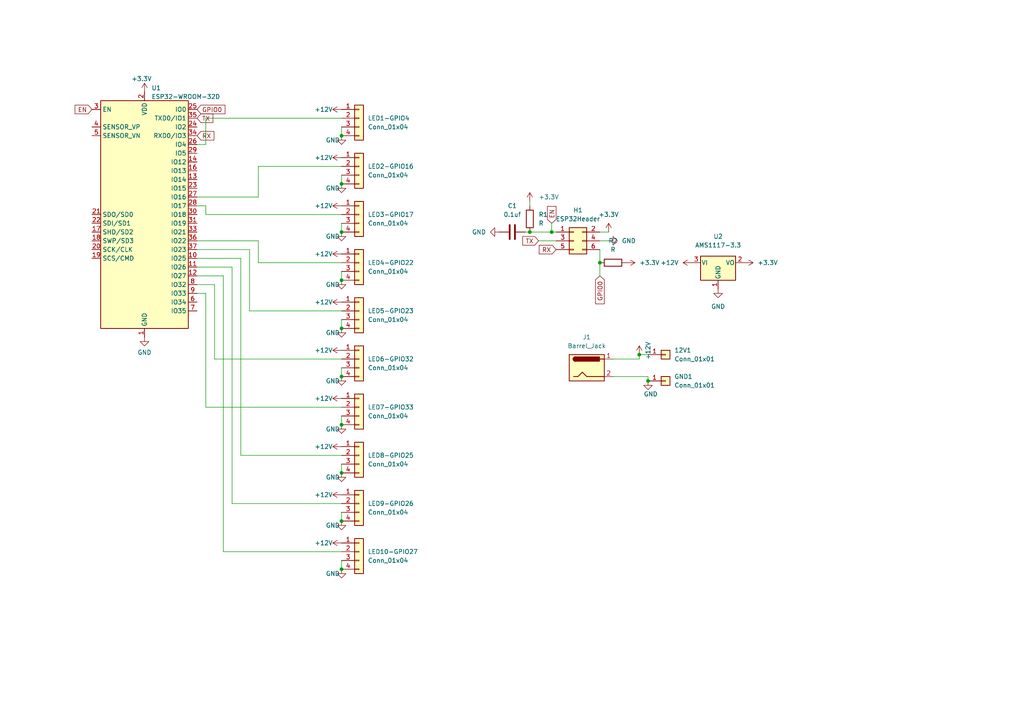
<source format=kicad_sch>
(kicad_sch (version 20211123) (generator eeschema)

  (uuid dc615000-52f1-408f-aac6-f6128d495965)

  (paper "A4")

  (lib_symbols
    (symbol "Connector:Barrel_Jack" (pin_names (offset 1.016)) (in_bom yes) (on_board yes)
      (property "Reference" "J" (id 0) (at 0 5.334 0)
        (effects (font (size 1.27 1.27)))
      )
      (property "Value" "Barrel_Jack" (id 1) (at 0 -5.08 0)
        (effects (font (size 1.27 1.27)))
      )
      (property "Footprint" "" (id 2) (at 1.27 -1.016 0)
        (effects (font (size 1.27 1.27)) hide)
      )
      (property "Datasheet" "~" (id 3) (at 1.27 -1.016 0)
        (effects (font (size 1.27 1.27)) hide)
      )
      (property "ki_keywords" "DC power barrel jack connector" (id 4) (at 0 0 0)
        (effects (font (size 1.27 1.27)) hide)
      )
      (property "ki_description" "DC Barrel Jack" (id 5) (at 0 0 0)
        (effects (font (size 1.27 1.27)) hide)
      )
      (property "ki_fp_filters" "BarrelJack*" (id 6) (at 0 0 0)
        (effects (font (size 1.27 1.27)) hide)
      )
      (symbol "Barrel_Jack_0_1"
        (rectangle (start -5.08 3.81) (end 5.08 -3.81)
          (stroke (width 0.254) (type default) (color 0 0 0 0))
          (fill (type background))
        )
        (arc (start -3.302 3.175) (mid -3.937 2.54) (end -3.302 1.905)
          (stroke (width 0.254) (type default) (color 0 0 0 0))
          (fill (type none))
        )
        (arc (start -3.302 3.175) (mid -3.937 2.54) (end -3.302 1.905)
          (stroke (width 0.254) (type default) (color 0 0 0 0))
          (fill (type outline))
        )
        (polyline
          (pts
            (xy 5.08 2.54)
            (xy 3.81 2.54)
          )
          (stroke (width 0.254) (type default) (color 0 0 0 0))
          (fill (type none))
        )
        (polyline
          (pts
            (xy -3.81 -2.54)
            (xy -2.54 -2.54)
            (xy -1.27 -1.27)
            (xy 0 -2.54)
            (xy 2.54 -2.54)
            (xy 5.08 -2.54)
          )
          (stroke (width 0.254) (type default) (color 0 0 0 0))
          (fill (type none))
        )
        (rectangle (start 3.683 3.175) (end -3.302 1.905)
          (stroke (width 0.254) (type default) (color 0 0 0 0))
          (fill (type outline))
        )
      )
      (symbol "Barrel_Jack_1_1"
        (pin passive line (at 7.62 2.54 180) (length 2.54)
          (name "~" (effects (font (size 1.27 1.27))))
          (number "1" (effects (font (size 1.27 1.27))))
        )
        (pin passive line (at 7.62 -2.54 180) (length 2.54)
          (name "~" (effects (font (size 1.27 1.27))))
          (number "2" (effects (font (size 1.27 1.27))))
        )
      )
    )
    (symbol "Connector_Generic:Conn_01x01" (pin_names (offset 1.016) hide) (in_bom yes) (on_board yes)
      (property "Reference" "J" (id 0) (at 0 2.54 0)
        (effects (font (size 1.27 1.27)))
      )
      (property "Value" "Conn_01x01" (id 1) (at 0 -2.54 0)
        (effects (font (size 1.27 1.27)))
      )
      (property "Footprint" "" (id 2) (at 0 0 0)
        (effects (font (size 1.27 1.27)) hide)
      )
      (property "Datasheet" "~" (id 3) (at 0 0 0)
        (effects (font (size 1.27 1.27)) hide)
      )
      (property "ki_keywords" "connector" (id 4) (at 0 0 0)
        (effects (font (size 1.27 1.27)) hide)
      )
      (property "ki_description" "Generic connector, single row, 01x01, script generated (kicad-library-utils/schlib/autogen/connector/)" (id 5) (at 0 0 0)
        (effects (font (size 1.27 1.27)) hide)
      )
      (property "ki_fp_filters" "Connector*:*_1x??_*" (id 6) (at 0 0 0)
        (effects (font (size 1.27 1.27)) hide)
      )
      (symbol "Conn_01x01_1_1"
        (rectangle (start -1.27 0.127) (end 0 -0.127)
          (stroke (width 0.1524) (type default) (color 0 0 0 0))
          (fill (type none))
        )
        (rectangle (start -1.27 1.27) (end 1.27 -1.27)
          (stroke (width 0.254) (type default) (color 0 0 0 0))
          (fill (type background))
        )
        (pin passive line (at -5.08 0 0) (length 3.81)
          (name "Pin_1" (effects (font (size 1.27 1.27))))
          (number "1" (effects (font (size 1.27 1.27))))
        )
      )
    )
    (symbol "Connector_Generic:Conn_01x04" (pin_names (offset 1.016) hide) (in_bom yes) (on_board yes)
      (property "Reference" "J" (id 0) (at 0 5.08 0)
        (effects (font (size 1.27 1.27)))
      )
      (property "Value" "Conn_01x04" (id 1) (at 0 -7.62 0)
        (effects (font (size 1.27 1.27)))
      )
      (property "Footprint" "" (id 2) (at 0 0 0)
        (effects (font (size 1.27 1.27)) hide)
      )
      (property "Datasheet" "~" (id 3) (at 0 0 0)
        (effects (font (size 1.27 1.27)) hide)
      )
      (property "ki_keywords" "connector" (id 4) (at 0 0 0)
        (effects (font (size 1.27 1.27)) hide)
      )
      (property "ki_description" "Generic connector, single row, 01x04, script generated (kicad-library-utils/schlib/autogen/connector/)" (id 5) (at 0 0 0)
        (effects (font (size 1.27 1.27)) hide)
      )
      (property "ki_fp_filters" "Connector*:*_1x??_*" (id 6) (at 0 0 0)
        (effects (font (size 1.27 1.27)) hide)
      )
      (symbol "Conn_01x04_1_1"
        (rectangle (start -1.27 -4.953) (end 0 -5.207)
          (stroke (width 0.1524) (type default) (color 0 0 0 0))
          (fill (type none))
        )
        (rectangle (start -1.27 -2.413) (end 0 -2.667)
          (stroke (width 0.1524) (type default) (color 0 0 0 0))
          (fill (type none))
        )
        (rectangle (start -1.27 0.127) (end 0 -0.127)
          (stroke (width 0.1524) (type default) (color 0 0 0 0))
          (fill (type none))
        )
        (rectangle (start -1.27 2.667) (end 0 2.413)
          (stroke (width 0.1524) (type default) (color 0 0 0 0))
          (fill (type none))
        )
        (rectangle (start -1.27 3.81) (end 1.27 -6.35)
          (stroke (width 0.254) (type default) (color 0 0 0 0))
          (fill (type background))
        )
        (pin passive line (at -5.08 2.54 0) (length 3.81)
          (name "Pin_1" (effects (font (size 1.27 1.27))))
          (number "1" (effects (font (size 1.27 1.27))))
        )
        (pin passive line (at -5.08 0 0) (length 3.81)
          (name "Pin_2" (effects (font (size 1.27 1.27))))
          (number "2" (effects (font (size 1.27 1.27))))
        )
        (pin passive line (at -5.08 -2.54 0) (length 3.81)
          (name "Pin_3" (effects (font (size 1.27 1.27))))
          (number "3" (effects (font (size 1.27 1.27))))
        )
        (pin passive line (at -5.08 -5.08 0) (length 3.81)
          (name "Pin_4" (effects (font (size 1.27 1.27))))
          (number "4" (effects (font (size 1.27 1.27))))
        )
      )
    )
    (symbol "Connector_Generic:Conn_02x03_Odd_Even" (pin_names (offset 1.016) hide) (in_bom yes) (on_board yes)
      (property "Reference" "J" (id 0) (at 1.27 5.08 0)
        (effects (font (size 1.27 1.27)))
      )
      (property "Value" "Conn_02x03_Odd_Even" (id 1) (at 1.27 -5.08 0)
        (effects (font (size 1.27 1.27)))
      )
      (property "Footprint" "" (id 2) (at 0 0 0)
        (effects (font (size 1.27 1.27)) hide)
      )
      (property "Datasheet" "~" (id 3) (at 0 0 0)
        (effects (font (size 1.27 1.27)) hide)
      )
      (property "ki_keywords" "connector" (id 4) (at 0 0 0)
        (effects (font (size 1.27 1.27)) hide)
      )
      (property "ki_description" "Generic connector, double row, 02x03, odd/even pin numbering scheme (row 1 odd numbers, row 2 even numbers), script generated (kicad-library-utils/schlib/autogen/connector/)" (id 5) (at 0 0 0)
        (effects (font (size 1.27 1.27)) hide)
      )
      (property "ki_fp_filters" "Connector*:*_2x??_*" (id 6) (at 0 0 0)
        (effects (font (size 1.27 1.27)) hide)
      )
      (symbol "Conn_02x03_Odd_Even_1_1"
        (rectangle (start -1.27 -2.413) (end 0 -2.667)
          (stroke (width 0.1524) (type default) (color 0 0 0 0))
          (fill (type none))
        )
        (rectangle (start -1.27 0.127) (end 0 -0.127)
          (stroke (width 0.1524) (type default) (color 0 0 0 0))
          (fill (type none))
        )
        (rectangle (start -1.27 2.667) (end 0 2.413)
          (stroke (width 0.1524) (type default) (color 0 0 0 0))
          (fill (type none))
        )
        (rectangle (start -1.27 3.81) (end 3.81 -3.81)
          (stroke (width 0.254) (type default) (color 0 0 0 0))
          (fill (type background))
        )
        (rectangle (start 3.81 -2.413) (end 2.54 -2.667)
          (stroke (width 0.1524) (type default) (color 0 0 0 0))
          (fill (type none))
        )
        (rectangle (start 3.81 0.127) (end 2.54 -0.127)
          (stroke (width 0.1524) (type default) (color 0 0 0 0))
          (fill (type none))
        )
        (rectangle (start 3.81 2.667) (end 2.54 2.413)
          (stroke (width 0.1524) (type default) (color 0 0 0 0))
          (fill (type none))
        )
        (pin passive line (at -5.08 2.54 0) (length 3.81)
          (name "Pin_1" (effects (font (size 1.27 1.27))))
          (number "1" (effects (font (size 1.27 1.27))))
        )
        (pin passive line (at 7.62 2.54 180) (length 3.81)
          (name "Pin_2" (effects (font (size 1.27 1.27))))
          (number "2" (effects (font (size 1.27 1.27))))
        )
        (pin passive line (at -5.08 0 0) (length 3.81)
          (name "Pin_3" (effects (font (size 1.27 1.27))))
          (number "3" (effects (font (size 1.27 1.27))))
        )
        (pin passive line (at 7.62 0 180) (length 3.81)
          (name "Pin_4" (effects (font (size 1.27 1.27))))
          (number "4" (effects (font (size 1.27 1.27))))
        )
        (pin passive line (at -5.08 -2.54 0) (length 3.81)
          (name "Pin_5" (effects (font (size 1.27 1.27))))
          (number "5" (effects (font (size 1.27 1.27))))
        )
        (pin passive line (at 7.62 -2.54 180) (length 3.81)
          (name "Pin_6" (effects (font (size 1.27 1.27))))
          (number "6" (effects (font (size 1.27 1.27))))
        )
      )
    )
    (symbol "Device:C" (pin_numbers hide) (pin_names (offset 0.254)) (in_bom yes) (on_board yes)
      (property "Reference" "C" (id 0) (at 0.635 2.54 0)
        (effects (font (size 1.27 1.27)) (justify left))
      )
      (property "Value" "C" (id 1) (at 0.635 -2.54 0)
        (effects (font (size 1.27 1.27)) (justify left))
      )
      (property "Footprint" "" (id 2) (at 0.9652 -3.81 0)
        (effects (font (size 1.27 1.27)) hide)
      )
      (property "Datasheet" "~" (id 3) (at 0 0 0)
        (effects (font (size 1.27 1.27)) hide)
      )
      (property "ki_keywords" "cap capacitor" (id 4) (at 0 0 0)
        (effects (font (size 1.27 1.27)) hide)
      )
      (property "ki_description" "Unpolarized capacitor" (id 5) (at 0 0 0)
        (effects (font (size 1.27 1.27)) hide)
      )
      (property "ki_fp_filters" "C_*" (id 6) (at 0 0 0)
        (effects (font (size 1.27 1.27)) hide)
      )
      (symbol "C_0_1"
        (polyline
          (pts
            (xy -2.032 -0.762)
            (xy 2.032 -0.762)
          )
          (stroke (width 0.508) (type default) (color 0 0 0 0))
          (fill (type none))
        )
        (polyline
          (pts
            (xy -2.032 0.762)
            (xy 2.032 0.762)
          )
          (stroke (width 0.508) (type default) (color 0 0 0 0))
          (fill (type none))
        )
      )
      (symbol "C_1_1"
        (pin passive line (at 0 3.81 270) (length 2.794)
          (name "~" (effects (font (size 1.27 1.27))))
          (number "1" (effects (font (size 1.27 1.27))))
        )
        (pin passive line (at 0 -3.81 90) (length 2.794)
          (name "~" (effects (font (size 1.27 1.27))))
          (number "2" (effects (font (size 1.27 1.27))))
        )
      )
    )
    (symbol "Device:R" (pin_numbers hide) (pin_names (offset 0)) (in_bom yes) (on_board yes)
      (property "Reference" "R" (id 0) (at 2.032 0 90)
        (effects (font (size 1.27 1.27)))
      )
      (property "Value" "R" (id 1) (at 0 0 90)
        (effects (font (size 1.27 1.27)))
      )
      (property "Footprint" "" (id 2) (at -1.778 0 90)
        (effects (font (size 1.27 1.27)) hide)
      )
      (property "Datasheet" "~" (id 3) (at 0 0 0)
        (effects (font (size 1.27 1.27)) hide)
      )
      (property "ki_keywords" "R res resistor" (id 4) (at 0 0 0)
        (effects (font (size 1.27 1.27)) hide)
      )
      (property "ki_description" "Resistor" (id 5) (at 0 0 0)
        (effects (font (size 1.27 1.27)) hide)
      )
      (property "ki_fp_filters" "R_*" (id 6) (at 0 0 0)
        (effects (font (size 1.27 1.27)) hide)
      )
      (symbol "R_0_1"
        (rectangle (start -1.016 -2.54) (end 1.016 2.54)
          (stroke (width 0.254) (type default) (color 0 0 0 0))
          (fill (type none))
        )
      )
      (symbol "R_1_1"
        (pin passive line (at 0 3.81 270) (length 1.27)
          (name "~" (effects (font (size 1.27 1.27))))
          (number "1" (effects (font (size 1.27 1.27))))
        )
        (pin passive line (at 0 -3.81 90) (length 1.27)
          (name "~" (effects (font (size 1.27 1.27))))
          (number "2" (effects (font (size 1.27 1.27))))
        )
      )
    )
    (symbol "RF_Module:ESP32-WROOM-32D" (in_bom yes) (on_board yes)
      (property "Reference" "U" (id 0) (at -12.7 34.29 0)
        (effects (font (size 1.27 1.27)) (justify left))
      )
      (property "Value" "ESP32-WROOM-32D" (id 1) (at 1.27 34.29 0)
        (effects (font (size 1.27 1.27)) (justify left))
      )
      (property "Footprint" "RF_Module:ESP32-WROOM-32" (id 2) (at 0 -38.1 0)
        (effects (font (size 1.27 1.27)) hide)
      )
      (property "Datasheet" "https://www.espressif.com/sites/default/files/documentation/esp32-wroom-32d_esp32-wroom-32u_datasheet_en.pdf" (id 3) (at -7.62 1.27 0)
        (effects (font (size 1.27 1.27)) hide)
      )
      (property "ki_keywords" "RF Radio BT ESP ESP32 Espressif onboard PCB antenna" (id 4) (at 0 0 0)
        (effects (font (size 1.27 1.27)) hide)
      )
      (property "ki_description" "RF Module, ESP32-D0WD SoC, Wi-Fi 802.11b/g/n, Bluetooth, BLE, 32-bit, 2.7-3.6V, onboard antenna, SMD" (id 5) (at 0 0 0)
        (effects (font (size 1.27 1.27)) hide)
      )
      (property "ki_fp_filters" "ESP32?WROOM?32*" (id 6) (at 0 0 0)
        (effects (font (size 1.27 1.27)) hide)
      )
      (symbol "ESP32-WROOM-32D_0_1"
        (rectangle (start -12.7 33.02) (end 12.7 -33.02)
          (stroke (width 0.254) (type default) (color 0 0 0 0))
          (fill (type background))
        )
      )
      (symbol "ESP32-WROOM-32D_1_1"
        (pin power_in line (at 0 -35.56 90) (length 2.54)
          (name "GND" (effects (font (size 1.27 1.27))))
          (number "1" (effects (font (size 1.27 1.27))))
        )
        (pin bidirectional line (at 15.24 -12.7 180) (length 2.54)
          (name "IO25" (effects (font (size 1.27 1.27))))
          (number "10" (effects (font (size 1.27 1.27))))
        )
        (pin bidirectional line (at 15.24 -15.24 180) (length 2.54)
          (name "IO26" (effects (font (size 1.27 1.27))))
          (number "11" (effects (font (size 1.27 1.27))))
        )
        (pin bidirectional line (at 15.24 -17.78 180) (length 2.54)
          (name "IO27" (effects (font (size 1.27 1.27))))
          (number "12" (effects (font (size 1.27 1.27))))
        )
        (pin bidirectional line (at 15.24 10.16 180) (length 2.54)
          (name "IO14" (effects (font (size 1.27 1.27))))
          (number "13" (effects (font (size 1.27 1.27))))
        )
        (pin bidirectional line (at 15.24 15.24 180) (length 2.54)
          (name "IO12" (effects (font (size 1.27 1.27))))
          (number "14" (effects (font (size 1.27 1.27))))
        )
        (pin passive line (at 0 -35.56 90) (length 2.54) hide
          (name "GND" (effects (font (size 1.27 1.27))))
          (number "15" (effects (font (size 1.27 1.27))))
        )
        (pin bidirectional line (at 15.24 12.7 180) (length 2.54)
          (name "IO13" (effects (font (size 1.27 1.27))))
          (number "16" (effects (font (size 1.27 1.27))))
        )
        (pin bidirectional line (at -15.24 -5.08 0) (length 2.54)
          (name "SHD/SD2" (effects (font (size 1.27 1.27))))
          (number "17" (effects (font (size 1.27 1.27))))
        )
        (pin bidirectional line (at -15.24 -7.62 0) (length 2.54)
          (name "SWP/SD3" (effects (font (size 1.27 1.27))))
          (number "18" (effects (font (size 1.27 1.27))))
        )
        (pin bidirectional line (at -15.24 -12.7 0) (length 2.54)
          (name "SCS/CMD" (effects (font (size 1.27 1.27))))
          (number "19" (effects (font (size 1.27 1.27))))
        )
        (pin power_in line (at 0 35.56 270) (length 2.54)
          (name "VDD" (effects (font (size 1.27 1.27))))
          (number "2" (effects (font (size 1.27 1.27))))
        )
        (pin bidirectional line (at -15.24 -10.16 0) (length 2.54)
          (name "SCK/CLK" (effects (font (size 1.27 1.27))))
          (number "20" (effects (font (size 1.27 1.27))))
        )
        (pin bidirectional line (at -15.24 0 0) (length 2.54)
          (name "SDO/SD0" (effects (font (size 1.27 1.27))))
          (number "21" (effects (font (size 1.27 1.27))))
        )
        (pin bidirectional line (at -15.24 -2.54 0) (length 2.54)
          (name "SDI/SD1" (effects (font (size 1.27 1.27))))
          (number "22" (effects (font (size 1.27 1.27))))
        )
        (pin bidirectional line (at 15.24 7.62 180) (length 2.54)
          (name "IO15" (effects (font (size 1.27 1.27))))
          (number "23" (effects (font (size 1.27 1.27))))
        )
        (pin bidirectional line (at 15.24 25.4 180) (length 2.54)
          (name "IO2" (effects (font (size 1.27 1.27))))
          (number "24" (effects (font (size 1.27 1.27))))
        )
        (pin bidirectional line (at 15.24 30.48 180) (length 2.54)
          (name "IO0" (effects (font (size 1.27 1.27))))
          (number "25" (effects (font (size 1.27 1.27))))
        )
        (pin bidirectional line (at 15.24 20.32 180) (length 2.54)
          (name "IO4" (effects (font (size 1.27 1.27))))
          (number "26" (effects (font (size 1.27 1.27))))
        )
        (pin bidirectional line (at 15.24 5.08 180) (length 2.54)
          (name "IO16" (effects (font (size 1.27 1.27))))
          (number "27" (effects (font (size 1.27 1.27))))
        )
        (pin bidirectional line (at 15.24 2.54 180) (length 2.54)
          (name "IO17" (effects (font (size 1.27 1.27))))
          (number "28" (effects (font (size 1.27 1.27))))
        )
        (pin bidirectional line (at 15.24 17.78 180) (length 2.54)
          (name "IO5" (effects (font (size 1.27 1.27))))
          (number "29" (effects (font (size 1.27 1.27))))
        )
        (pin input line (at -15.24 30.48 0) (length 2.54)
          (name "EN" (effects (font (size 1.27 1.27))))
          (number "3" (effects (font (size 1.27 1.27))))
        )
        (pin bidirectional line (at 15.24 0 180) (length 2.54)
          (name "IO18" (effects (font (size 1.27 1.27))))
          (number "30" (effects (font (size 1.27 1.27))))
        )
        (pin bidirectional line (at 15.24 -2.54 180) (length 2.54)
          (name "IO19" (effects (font (size 1.27 1.27))))
          (number "31" (effects (font (size 1.27 1.27))))
        )
        (pin no_connect line (at -12.7 -27.94 0) (length 2.54) hide
          (name "NC" (effects (font (size 1.27 1.27))))
          (number "32" (effects (font (size 1.27 1.27))))
        )
        (pin bidirectional line (at 15.24 -5.08 180) (length 2.54)
          (name "IO21" (effects (font (size 1.27 1.27))))
          (number "33" (effects (font (size 1.27 1.27))))
        )
        (pin bidirectional line (at 15.24 22.86 180) (length 2.54)
          (name "RXD0/IO3" (effects (font (size 1.27 1.27))))
          (number "34" (effects (font (size 1.27 1.27))))
        )
        (pin bidirectional line (at 15.24 27.94 180) (length 2.54)
          (name "TXD0/IO1" (effects (font (size 1.27 1.27))))
          (number "35" (effects (font (size 1.27 1.27))))
        )
        (pin bidirectional line (at 15.24 -7.62 180) (length 2.54)
          (name "IO22" (effects (font (size 1.27 1.27))))
          (number "36" (effects (font (size 1.27 1.27))))
        )
        (pin bidirectional line (at 15.24 -10.16 180) (length 2.54)
          (name "IO23" (effects (font (size 1.27 1.27))))
          (number "37" (effects (font (size 1.27 1.27))))
        )
        (pin passive line (at 0 -35.56 90) (length 2.54) hide
          (name "GND" (effects (font (size 1.27 1.27))))
          (number "38" (effects (font (size 1.27 1.27))))
        )
        (pin passive line (at 0 -35.56 90) (length 2.54) hide
          (name "GND" (effects (font (size 1.27 1.27))))
          (number "39" (effects (font (size 1.27 1.27))))
        )
        (pin input line (at -15.24 25.4 0) (length 2.54)
          (name "SENSOR_VP" (effects (font (size 1.27 1.27))))
          (number "4" (effects (font (size 1.27 1.27))))
        )
        (pin input line (at -15.24 22.86 0) (length 2.54)
          (name "SENSOR_VN" (effects (font (size 1.27 1.27))))
          (number "5" (effects (font (size 1.27 1.27))))
        )
        (pin input line (at 15.24 -25.4 180) (length 2.54)
          (name "IO34" (effects (font (size 1.27 1.27))))
          (number "6" (effects (font (size 1.27 1.27))))
        )
        (pin input line (at 15.24 -27.94 180) (length 2.54)
          (name "IO35" (effects (font (size 1.27 1.27))))
          (number "7" (effects (font (size 1.27 1.27))))
        )
        (pin bidirectional line (at 15.24 -20.32 180) (length 2.54)
          (name "IO32" (effects (font (size 1.27 1.27))))
          (number "8" (effects (font (size 1.27 1.27))))
        )
        (pin bidirectional line (at 15.24 -22.86 180) (length 2.54)
          (name "IO33" (effects (font (size 1.27 1.27))))
          (number "9" (effects (font (size 1.27 1.27))))
        )
      )
    )
    (symbol "Regulator_Linear:AMS1117-3.3" (pin_names (offset 0.254)) (in_bom yes) (on_board yes)
      (property "Reference" "U" (id 0) (at -3.81 3.175 0)
        (effects (font (size 1.27 1.27)))
      )
      (property "Value" "AMS1117-3.3" (id 1) (at 0 3.175 0)
        (effects (font (size 1.27 1.27)) (justify left))
      )
      (property "Footprint" "Package_TO_SOT_SMD:SOT-223-3_TabPin2" (id 2) (at 0 5.08 0)
        (effects (font (size 1.27 1.27)) hide)
      )
      (property "Datasheet" "http://www.advanced-monolithic.com/pdf/ds1117.pdf" (id 3) (at 2.54 -6.35 0)
        (effects (font (size 1.27 1.27)) hide)
      )
      (property "ki_keywords" "linear regulator ldo fixed positive" (id 4) (at 0 0 0)
        (effects (font (size 1.27 1.27)) hide)
      )
      (property "ki_description" "1A Low Dropout regulator, positive, 3.3V fixed output, SOT-223" (id 5) (at 0 0 0)
        (effects (font (size 1.27 1.27)) hide)
      )
      (property "ki_fp_filters" "SOT?223*TabPin2*" (id 6) (at 0 0 0)
        (effects (font (size 1.27 1.27)) hide)
      )
      (symbol "AMS1117-3.3_0_1"
        (rectangle (start -5.08 -5.08) (end 5.08 1.905)
          (stroke (width 0.254) (type default) (color 0 0 0 0))
          (fill (type background))
        )
      )
      (symbol "AMS1117-3.3_1_1"
        (pin power_in line (at 0 -7.62 90) (length 2.54)
          (name "GND" (effects (font (size 1.27 1.27))))
          (number "1" (effects (font (size 1.27 1.27))))
        )
        (pin power_out line (at 7.62 0 180) (length 2.54)
          (name "VO" (effects (font (size 1.27 1.27))))
          (number "2" (effects (font (size 1.27 1.27))))
        )
        (pin power_in line (at -7.62 0 0) (length 2.54)
          (name "VI" (effects (font (size 1.27 1.27))))
          (number "3" (effects (font (size 1.27 1.27))))
        )
      )
    )
    (symbol "power:+12V" (power) (pin_names (offset 0)) (in_bom yes) (on_board yes)
      (property "Reference" "#PWR" (id 0) (at 0 -3.81 0)
        (effects (font (size 1.27 1.27)) hide)
      )
      (property "Value" "+12V" (id 1) (at 0 3.556 0)
        (effects (font (size 1.27 1.27)))
      )
      (property "Footprint" "" (id 2) (at 0 0 0)
        (effects (font (size 1.27 1.27)) hide)
      )
      (property "Datasheet" "" (id 3) (at 0 0 0)
        (effects (font (size 1.27 1.27)) hide)
      )
      (property "ki_keywords" "power-flag" (id 4) (at 0 0 0)
        (effects (font (size 1.27 1.27)) hide)
      )
      (property "ki_description" "Power symbol creates a global label with name \"+12V\"" (id 5) (at 0 0 0)
        (effects (font (size 1.27 1.27)) hide)
      )
      (symbol "+12V_0_1"
        (polyline
          (pts
            (xy -0.762 1.27)
            (xy 0 2.54)
          )
          (stroke (width 0) (type default) (color 0 0 0 0))
          (fill (type none))
        )
        (polyline
          (pts
            (xy 0 0)
            (xy 0 2.54)
          )
          (stroke (width 0) (type default) (color 0 0 0 0))
          (fill (type none))
        )
        (polyline
          (pts
            (xy 0 2.54)
            (xy 0.762 1.27)
          )
          (stroke (width 0) (type default) (color 0 0 0 0))
          (fill (type none))
        )
      )
      (symbol "+12V_1_1"
        (pin power_in line (at 0 0 90) (length 0) hide
          (name "+12V" (effects (font (size 1.27 1.27))))
          (number "1" (effects (font (size 1.27 1.27))))
        )
      )
    )
    (symbol "power:+3.3V" (power) (pin_names (offset 0)) (in_bom yes) (on_board yes)
      (property "Reference" "#PWR" (id 0) (at 0 -3.81 0)
        (effects (font (size 1.27 1.27)) hide)
      )
      (property "Value" "+3.3V" (id 1) (at 0 3.556 0)
        (effects (font (size 1.27 1.27)))
      )
      (property "Footprint" "" (id 2) (at 0 0 0)
        (effects (font (size 1.27 1.27)) hide)
      )
      (property "Datasheet" "" (id 3) (at 0 0 0)
        (effects (font (size 1.27 1.27)) hide)
      )
      (property "ki_keywords" "power-flag" (id 4) (at 0 0 0)
        (effects (font (size 1.27 1.27)) hide)
      )
      (property "ki_description" "Power symbol creates a global label with name \"+3.3V\"" (id 5) (at 0 0 0)
        (effects (font (size 1.27 1.27)) hide)
      )
      (symbol "+3.3V_0_1"
        (polyline
          (pts
            (xy -0.762 1.27)
            (xy 0 2.54)
          )
          (stroke (width 0) (type default) (color 0 0 0 0))
          (fill (type none))
        )
        (polyline
          (pts
            (xy 0 0)
            (xy 0 2.54)
          )
          (stroke (width 0) (type default) (color 0 0 0 0))
          (fill (type none))
        )
        (polyline
          (pts
            (xy 0 2.54)
            (xy 0.762 1.27)
          )
          (stroke (width 0) (type default) (color 0 0 0 0))
          (fill (type none))
        )
      )
      (symbol "+3.3V_1_1"
        (pin power_in line (at 0 0 90) (length 0) hide
          (name "+3.3V" (effects (font (size 1.27 1.27))))
          (number "1" (effects (font (size 1.27 1.27))))
        )
      )
    )
    (symbol "power:GND" (power) (pin_names (offset 0)) (in_bom yes) (on_board yes)
      (property "Reference" "#PWR" (id 0) (at 0 -6.35 0)
        (effects (font (size 1.27 1.27)) hide)
      )
      (property "Value" "GND" (id 1) (at 0 -3.81 0)
        (effects (font (size 1.27 1.27)))
      )
      (property "Footprint" "" (id 2) (at 0 0 0)
        (effects (font (size 1.27 1.27)) hide)
      )
      (property "Datasheet" "" (id 3) (at 0 0 0)
        (effects (font (size 1.27 1.27)) hide)
      )
      (property "ki_keywords" "power-flag" (id 4) (at 0 0 0)
        (effects (font (size 1.27 1.27)) hide)
      )
      (property "ki_description" "Power symbol creates a global label with name \"GND\" , ground" (id 5) (at 0 0 0)
        (effects (font (size 1.27 1.27)) hide)
      )
      (symbol "GND_0_1"
        (polyline
          (pts
            (xy 0 0)
            (xy 0 -1.27)
            (xy 1.27 -1.27)
            (xy 0 -2.54)
            (xy -1.27 -1.27)
            (xy 0 -1.27)
          )
          (stroke (width 0) (type default) (color 0 0 0 0))
          (fill (type none))
        )
      )
      (symbol "GND_1_1"
        (pin power_in line (at 0 0 270) (length 0) hide
          (name "GND" (effects (font (size 1.27 1.27))))
          (number "1" (effects (font (size 1.27 1.27))))
        )
      )
    )
  )

  (junction (at 99.06 67.31) (diameter 0) (color 0 0 0 0)
    (uuid 0721c0e4-51fe-4137-8854-32ecbec251d3)
  )
  (junction (at 99.06 109.22) (diameter 0) (color 0 0 0 0)
    (uuid 0c319fb4-239a-40ce-8e16-1d3e8cb71f09)
  )
  (junction (at 99.06 95.25) (diameter 0) (color 0 0 0 0)
    (uuid 1059bf5d-1715-498d-9208-bbf0efcbde03)
  )
  (junction (at 99.06 53.34) (diameter 0) (color 0 0 0 0)
    (uuid 16b0241e-6054-4565-8a77-3eccfb02ad05)
  )
  (junction (at 99.06 165.1) (diameter 0) (color 0 0 0 0)
    (uuid 2174fc7e-7b02-4b24-8eb3-371056cad533)
  )
  (junction (at 153.67 67.31) (diameter 0) (color 0 0 0 0)
    (uuid 420d8b04-e1ad-43ca-bf15-69df93daee29)
  )
  (junction (at 99.06 151.13) (diameter 0) (color 0 0 0 0)
    (uuid 54e564ba-e19c-45ea-92d7-9f670ef3733e)
  )
  (junction (at 187.96 110.49) (diameter 0) (color 0 0 0 0)
    (uuid 61812177-d6ec-4189-8856-62e20ba4bb16)
  )
  (junction (at 99.06 123.19) (diameter 0) (color 0 0 0 0)
    (uuid 9b950f8e-3ef6-4feb-b3fa-882c364ef7b3)
  )
  (junction (at 99.06 81.28) (diameter 0) (color 0 0 0 0)
    (uuid a8f3d820-f82d-4bc7-bdd6-b31af8bc0119)
  )
  (junction (at 99.06 39.37) (diameter 0) (color 0 0 0 0)
    (uuid d2449310-3635-4384-992b-c0cf3318cb05)
  )
  (junction (at 99.06 137.16) (diameter 0) (color 0 0 0 0)
    (uuid d71fa146-a081-4248-a3e1-d17c1de57656)
  )
  (junction (at 185.42 102.87) (diameter 0) (color 0 0 0 0)
    (uuid e66d0ba1-8773-4d42-b357-4c1c7bdb4085)
  )
  (junction (at 173.99 76.2) (diameter 0) (color 0 0 0 0)
    (uuid e758cf5c-ee18-4cea-a904-50401d78d14d)
  )
  (junction (at 160.02 67.31) (diameter 0) (color 0 0 0 0)
    (uuid eda5ab69-af9d-4f33-8ee6-337894aca570)
  )

  (wire (pts (xy 160.02 67.31) (xy 161.29 67.31))
    (stroke (width 0) (type default) (color 0 0 0 0))
    (uuid 00c04f5d-fbaf-4fb2-906f-39cf9dcb11e7)
  )
  (wire (pts (xy 74.93 48.26) (xy 74.93 57.15))
    (stroke (width 0) (type default) (color 0 0 0 0))
    (uuid 07511c15-4973-433f-817e-1086a3547db6)
  )
  (wire (pts (xy 160.02 64.77) (xy 160.02 67.31))
    (stroke (width 0) (type default) (color 0 0 0 0))
    (uuid 077cd526-d740-4d52-b1c1-6b1ebdf00d67)
  )
  (wire (pts (xy 72.39 72.39) (xy 57.15 72.39))
    (stroke (width 0) (type default) (color 0 0 0 0))
    (uuid 0a81cecd-bbe1-4b01-b630-7eb1f9ad57b3)
  )
  (wire (pts (xy 173.99 76.2) (xy 173.99 80.01))
    (stroke (width 0) (type default) (color 0 0 0 0))
    (uuid 0ce8ef77-bd7e-4bee-9f80-db946ad4808d)
  )
  (wire (pts (xy 62.23 104.14) (xy 62.23 82.55))
    (stroke (width 0) (type default) (color 0 0 0 0))
    (uuid 1287f0ac-bcbd-4edf-8257-4eb89512dd0b)
  )
  (wire (pts (xy 74.93 76.2) (xy 99.06 76.2))
    (stroke (width 0) (type default) (color 0 0 0 0))
    (uuid 21c7b0a5-3e40-4858-9235-c2f993452ea1)
  )
  (wire (pts (xy 99.06 120.65) (xy 99.06 123.19))
    (stroke (width 0) (type default) (color 0 0 0 0))
    (uuid 26e9d38c-c3d4-4c57-b861-c3e5355d9f1a)
  )
  (wire (pts (xy 74.93 69.85) (xy 57.15 69.85))
    (stroke (width 0) (type default) (color 0 0 0 0))
    (uuid 2882ef9e-229b-4d39-9387-5cbcb4f3b896)
  )
  (wire (pts (xy 72.39 90.17) (xy 99.06 90.17))
    (stroke (width 0) (type default) (color 0 0 0 0))
    (uuid 371b7b32-be32-4eff-bf71-742996b0d911)
  )
  (wire (pts (xy 59.69 34.29) (xy 99.06 34.29))
    (stroke (width 0) (type default) (color 0 0 0 0))
    (uuid 441f641f-69e8-4363-8119-5c2a1bf9f9a0)
  )
  (wire (pts (xy 185.42 102.87) (xy 187.96 102.87))
    (stroke (width 0) (type default) (color 0 0 0 0))
    (uuid 52772279-cded-4174-b1a7-0e870f3f21bf)
  )
  (wire (pts (xy 173.99 72.39) (xy 173.99 76.2))
    (stroke (width 0) (type default) (color 0 0 0 0))
    (uuid 5d0f76be-2f39-4811-a797-3f631baff73e)
  )
  (wire (pts (xy 177.8 109.22) (xy 187.96 109.22))
    (stroke (width 0) (type default) (color 0 0 0 0))
    (uuid 5d9f0ac8-4d14-4f26-ada8-038aed806836)
  )
  (wire (pts (xy 99.06 78.74) (xy 99.06 81.28))
    (stroke (width 0) (type default) (color 0 0 0 0))
    (uuid 661c212c-5437-4548-97a3-f06198852a81)
  )
  (wire (pts (xy 59.69 118.11) (xy 99.06 118.11))
    (stroke (width 0) (type default) (color 0 0 0 0))
    (uuid 6b8ad699-ca7c-426b-ba48-fb7e1923d445)
  )
  (wire (pts (xy 59.69 85.09) (xy 57.15 85.09))
    (stroke (width 0) (type default) (color 0 0 0 0))
    (uuid 7186a610-dec9-4d25-a540-9b05543b843b)
  )
  (wire (pts (xy 64.77 160.02) (xy 99.06 160.02))
    (stroke (width 0) (type default) (color 0 0 0 0))
    (uuid 71ddfe99-a7bb-4d48-b76a-d8cf931ac389)
  )
  (wire (pts (xy 62.23 82.55) (xy 57.15 82.55))
    (stroke (width 0) (type default) (color 0 0 0 0))
    (uuid 76858f56-7558-4d0e-92cb-cc0a366d94ec)
  )
  (wire (pts (xy 74.93 76.2) (xy 74.93 69.85))
    (stroke (width 0) (type default) (color 0 0 0 0))
    (uuid 791be6a5-df72-4d5e-a430-f47373000d0d)
  )
  (wire (pts (xy 176.53 69.85) (xy 173.99 69.85))
    (stroke (width 0) (type default) (color 0 0 0 0))
    (uuid 79bdfa15-4608-4bfe-aa9b-0fbd03c3c8d0)
  )
  (wire (pts (xy 59.69 118.11) (xy 59.69 85.09))
    (stroke (width 0) (type default) (color 0 0 0 0))
    (uuid 7fd1466a-71ef-455b-924f-e282a8f8b5c4)
  )
  (wire (pts (xy 185.42 104.14) (xy 185.42 102.87))
    (stroke (width 0) (type default) (color 0 0 0 0))
    (uuid 84c757e8-f555-4943-838c-f8726b54c57c)
  )
  (wire (pts (xy 67.31 146.05) (xy 67.31 77.47))
    (stroke (width 0) (type default) (color 0 0 0 0))
    (uuid 87f65e91-58ce-4516-8903-6125547c3182)
  )
  (wire (pts (xy 59.69 34.29) (xy 59.69 41.91))
    (stroke (width 0) (type default) (color 0 0 0 0))
    (uuid 894b03a8-3f08-4a8a-9314-6ce18a83da4a)
  )
  (wire (pts (xy 74.93 57.15) (xy 57.15 57.15))
    (stroke (width 0) (type default) (color 0 0 0 0))
    (uuid 8e7a0c4d-8ed2-420f-b18e-1d29222fb26e)
  )
  (wire (pts (xy 99.06 92.71) (xy 99.06 95.25))
    (stroke (width 0) (type default) (color 0 0 0 0))
    (uuid 92501939-86c3-4e6a-89ab-3b6806964b56)
  )
  (wire (pts (xy 99.06 36.83) (xy 99.06 39.37))
    (stroke (width 0) (type default) (color 0 0 0 0))
    (uuid 93230611-7314-431c-b926-cb2c48f92fc3)
  )
  (wire (pts (xy 67.31 77.47) (xy 57.15 77.47))
    (stroke (width 0) (type default) (color 0 0 0 0))
    (uuid 945db39a-f98f-4a39-849e-c30a80c2cf44)
  )
  (wire (pts (xy 99.06 50.8) (xy 99.06 53.34))
    (stroke (width 0) (type default) (color 0 0 0 0))
    (uuid 9478992c-93ca-48bf-8053-72d39a73f645)
  )
  (wire (pts (xy 59.69 62.23) (xy 99.06 62.23))
    (stroke (width 0) (type default) (color 0 0 0 0))
    (uuid 9a9fd6ef-e6d6-49f8-82d8-b2bfa6517de5)
  )
  (wire (pts (xy 67.31 146.05) (xy 99.06 146.05))
    (stroke (width 0) (type default) (color 0 0 0 0))
    (uuid a6a71609-3eec-4d7b-bf84-21edf222e548)
  )
  (wire (pts (xy 69.85 74.93) (xy 57.15 74.93))
    (stroke (width 0) (type default) (color 0 0 0 0))
    (uuid ac8e636e-8fc3-45ad-ae82-7ded788804fb)
  )
  (wire (pts (xy 99.06 64.77) (xy 99.06 67.31))
    (stroke (width 0) (type default) (color 0 0 0 0))
    (uuid ad44c987-864b-4ac7-8404-3000a300a64b)
  )
  (wire (pts (xy 59.69 62.23) (xy 59.69 59.69))
    (stroke (width 0) (type default) (color 0 0 0 0))
    (uuid b2051ea5-6340-4f1a-b7c4-aec7730f8712)
  )
  (wire (pts (xy 99.06 162.56) (xy 99.06 165.1))
    (stroke (width 0) (type default) (color 0 0 0 0))
    (uuid b401f255-9a3e-42a0-90d8-705c89d8a709)
  )
  (wire (pts (xy 152.4 67.31) (xy 153.67 67.31))
    (stroke (width 0) (type default) (color 0 0 0 0))
    (uuid b647d58d-d50f-438a-b897-9fd87f3552e5)
  )
  (wire (pts (xy 99.06 104.14) (xy 62.23 104.14))
    (stroke (width 0) (type default) (color 0 0 0 0))
    (uuid b7999d3b-164a-4849-b68b-1e4922894a79)
  )
  (wire (pts (xy 64.77 160.02) (xy 64.77 80.01))
    (stroke (width 0) (type default) (color 0 0 0 0))
    (uuid c5479916-b8dc-4df6-83b3-b90a9822b1f1)
  )
  (wire (pts (xy 59.69 41.91) (xy 57.15 41.91))
    (stroke (width 0) (type default) (color 0 0 0 0))
    (uuid c7fb5f89-bf74-42aa-aeec-7a6028ca99ec)
  )
  (wire (pts (xy 99.06 148.59) (xy 99.06 151.13))
    (stroke (width 0) (type default) (color 0 0 0 0))
    (uuid c8755489-2028-41a4-a94c-b43ab5a0e9d8)
  )
  (wire (pts (xy 59.69 59.69) (xy 57.15 59.69))
    (stroke (width 0) (type default) (color 0 0 0 0))
    (uuid cbbdcf92-74ae-407c-ba82-ecd2a939280e)
  )
  (wire (pts (xy 99.06 134.62) (xy 99.06 137.16))
    (stroke (width 0) (type default) (color 0 0 0 0))
    (uuid d883745f-9432-4159-bc6c-968caeba6977)
  )
  (wire (pts (xy 72.39 90.17) (xy 72.39 72.39))
    (stroke (width 0) (type default) (color 0 0 0 0))
    (uuid e02f92e5-3546-4d6b-8884-03b6c00c36db)
  )
  (wire (pts (xy 156.21 69.85) (xy 161.29 69.85))
    (stroke (width 0) (type default) (color 0 0 0 0))
    (uuid e0b52c0a-1984-41d5-9b78-c8393e38093c)
  )
  (wire (pts (xy 153.67 59.69) (xy 153.67 58.42))
    (stroke (width 0) (type default) (color 0 0 0 0))
    (uuid e39da672-fc20-45b9-801f-be51b479cdb6)
  )
  (wire (pts (xy 176.53 67.31) (xy 173.99 67.31))
    (stroke (width 0) (type default) (color 0 0 0 0))
    (uuid e82f9127-b744-4910-870d-10a3be628e28)
  )
  (wire (pts (xy 69.85 132.08) (xy 69.85 74.93))
    (stroke (width 0) (type default) (color 0 0 0 0))
    (uuid ecd910e3-b08f-4f96-b557-e1612cc77810)
  )
  (wire (pts (xy 153.67 67.31) (xy 160.02 67.31))
    (stroke (width 0) (type default) (color 0 0 0 0))
    (uuid eeef72db-cd39-4de4-ba80-c16a65310088)
  )
  (wire (pts (xy 177.8 104.14) (xy 185.42 104.14))
    (stroke (width 0) (type default) (color 0 0 0 0))
    (uuid efaea6ea-f35c-447e-8665-3b180e234973)
  )
  (wire (pts (xy 69.85 132.08) (xy 99.06 132.08))
    (stroke (width 0) (type default) (color 0 0 0 0))
    (uuid f14f95a4-f8b3-4623-8e0e-df2796a6ac6c)
  )
  (wire (pts (xy 99.06 106.68) (xy 99.06 109.22))
    (stroke (width 0) (type default) (color 0 0 0 0))
    (uuid f56a86aa-7679-483c-b95d-b9878287e916)
  )
  (wire (pts (xy 74.93 48.26) (xy 99.06 48.26))
    (stroke (width 0) (type default) (color 0 0 0 0))
    (uuid fb9ff129-72d1-425c-a9bb-f2a114a24d6f)
  )
  (wire (pts (xy 187.96 109.22) (xy 187.96 110.49))
    (stroke (width 0) (type default) (color 0 0 0 0))
    (uuid ff180041-68c3-48cf-89e9-17e0937eaebb)
  )
  (wire (pts (xy 64.77 80.01) (xy 57.15 80.01))
    (stroke (width 0) (type default) (color 0 0 0 0))
    (uuid ff3bf6b1-2b14-480c-bc09-4faa51745d77)
  )

  (global_label "EN" (shape input) (at 26.67 31.75 180) (fields_autoplaced)
    (effects (font (size 1.27 1.27)) (justify right))
    (uuid 09d63583-4d37-4876-aba6-de83f8a0a0fe)
    (property "Intersheet References" "${INTERSHEET_REFS}" (id 0) (at 21.7774 31.8294 0)
      (effects (font (size 1.27 1.27)) (justify right) hide)
    )
  )
  (global_label "GPIO0" (shape input) (at 57.15 31.75 0) (fields_autoplaced)
    (effects (font (size 1.27 1.27)) (justify left))
    (uuid 1778af4e-728c-4baa-99ce-56e518955f99)
    (property "Intersheet References" "${INTERSHEET_REFS}" (id 0) (at 65.2479 31.6706 0)
      (effects (font (size 1.27 1.27)) (justify left) hide)
    )
  )
  (global_label "RX" (shape input) (at 57.15 39.37 0) (fields_autoplaced)
    (effects (font (size 1.27 1.27)) (justify left))
    (uuid 67a8835f-ed92-4715-a470-7c9cb91b3c45)
    (property "Intersheet References" "${INTERSHEET_REFS}" (id 0) (at 62.0426 39.2906 0)
      (effects (font (size 1.27 1.27)) (justify left) hide)
    )
  )
  (global_label "RX" (shape input) (at 161.29 72.39 180) (fields_autoplaced)
    (effects (font (size 1.27 1.27)) (justify right))
    (uuid cc691844-01cb-4001-9247-e59cc3a959e1)
    (property "Intersheet References" "${INTERSHEET_REFS}" (id 0) (at 156.3974 72.4694 0)
      (effects (font (size 1.27 1.27)) (justify right) hide)
    )
  )
  (global_label "EN" (shape input) (at 160.02 64.77 90) (fields_autoplaced)
    (effects (font (size 1.27 1.27)) (justify left))
    (uuid d11fa38a-f632-4ab2-96fd-e88ee33a03f9)
    (property "Intersheet References" "${INTERSHEET_REFS}" (id 0) (at 159.9406 59.8774 90)
      (effects (font (size 1.27 1.27)) (justify left) hide)
    )
  )
  (global_label "TX" (shape input) (at 156.21 69.85 180) (fields_autoplaced)
    (effects (font (size 1.27 1.27)) (justify right))
    (uuid d77c2968-b4ef-496f-bc0f-019a67d5059e)
    (property "Intersheet References" "${INTERSHEET_REFS}" (id 0) (at 151.6198 69.9294 0)
      (effects (font (size 1.27 1.27)) (justify right) hide)
    )
  )
  (global_label "GPIO0" (shape input) (at 173.99 80.01 270) (fields_autoplaced)
    (effects (font (size 1.27 1.27)) (justify right))
    (uuid e098b74e-2013-4532-845b-e40a46ffc421)
    (property "Intersheet References" "${INTERSHEET_REFS}" (id 0) (at 174.0694 88.1079 90)
      (effects (font (size 1.27 1.27)) (justify right) hide)
    )
  )
  (global_label "TX" (shape input) (at 57.15 34.29 0) (fields_autoplaced)
    (effects (font (size 1.27 1.27)) (justify left))
    (uuid f99e079d-ad42-4493-b2f0-badd41db8c8e)
    (property "Intersheet References" "${INTERSHEET_REFS}" (id 0) (at 61.7402 34.2106 0)
      (effects (font (size 1.27 1.27)) (justify left) hide)
    )
  )

  (symbol (lib_id "power:+3.3V") (at 181.61 76.2 270) (unit 1)
    (in_bom yes) (on_board yes) (fields_autoplaced)
    (uuid 032ed3bb-ae51-4ade-a855-f6556c402041)
    (property "Reference" "#PWR0108" (id 0) (at 177.8 76.2 0)
      (effects (font (size 1.27 1.27)) hide)
    )
    (property "Value" "+3.3V" (id 1) (at 185.42 76.1999 90)
      (effects (font (size 1.27 1.27)) (justify left))
    )
    (property "Footprint" "" (id 2) (at 181.61 76.2 0)
      (effects (font (size 1.27 1.27)) hide)
    )
    (property "Datasheet" "" (id 3) (at 181.61 76.2 0)
      (effects (font (size 1.27 1.27)) hide)
    )
    (pin "1" (uuid 5c4b70c2-c167-4e15-baa8-1c2865d78046))
  )

  (symbol (lib_id "power:+12V") (at 200.66 76.2 90) (unit 1)
    (in_bom yes) (on_board yes) (fields_autoplaced)
    (uuid 06622ee2-bd03-4459-a11e-7a0b44d7258e)
    (property "Reference" "#PWR026" (id 0) (at 204.47 76.2 0)
      (effects (font (size 1.27 1.27)) hide)
    )
    (property "Value" "+12V" (id 1) (at 196.85 76.1999 90)
      (effects (font (size 1.27 1.27)) (justify left))
    )
    (property "Footprint" "" (id 2) (at 200.66 76.2 0)
      (effects (font (size 1.27 1.27)) hide)
    )
    (property "Datasheet" "" (id 3) (at 200.66 76.2 0)
      (effects (font (size 1.27 1.27)) hide)
    )
    (pin "1" (uuid 88afbb1e-d0f4-468c-93df-8a3a29cfc711))
  )

  (symbol (lib_id "power:GND") (at 41.91 97.79 0) (unit 1)
    (in_bom yes) (on_board yes) (fields_autoplaced)
    (uuid 0ad3a26b-ce9a-4168-a17c-d2c703f53e0f)
    (property "Reference" "#PWR02" (id 0) (at 41.91 104.14 0)
      (effects (font (size 1.27 1.27)) hide)
    )
    (property "Value" "GND" (id 1) (at 41.91 102.2334 0))
    (property "Footprint" "" (id 2) (at 41.91 97.79 0)
      (effects (font (size 1.27 1.27)) hide)
    )
    (property "Datasheet" "" (id 3) (at 41.91 97.79 0)
      (effects (font (size 1.27 1.27)) hide)
    )
    (pin "1" (uuid b689f51b-c7e9-4bb1-b9e7-4284dbf63730))
  )

  (symbol (lib_id "Connector_Generic:Conn_01x04") (at 104.14 62.23 0) (unit 1)
    (in_bom yes) (on_board yes) (fields_autoplaced)
    (uuid 10143dfe-88b7-4916-a31b-5e70e43351e8)
    (property "Reference" "LED3-GPIO17" (id 0) (at 106.68 62.2299 0)
      (effects (font (size 1.27 1.27)) (justify left))
    )
    (property "Value" "Conn_01x04" (id 1) (at 106.68 64.7699 0)
      (effects (font (size 1.27 1.27)) (justify left))
    )
    (property "Footprint" "Custom:S4B-XH-SM4-TBLFSN" (id 2) (at 104.14 62.23 0)
      (effects (font (size 1.27 1.27)) hide)
    )
    (property "Datasheet" "~" (id 3) (at 104.14 62.23 0)
      (effects (font (size 1.27 1.27)) hide)
    )
    (pin "1" (uuid b3084647-0677-41bd-83f6-b4e1cec5e50f))
    (pin "2" (uuid 1543aac7-2ddc-4f4b-bda3-5fbef53eacf4))
    (pin "3" (uuid ceda5f7d-2e50-4693-a400-d496bc79c37f))
    (pin "4" (uuid 3c50ee08-0bf7-42a8-a122-5f90a0a1a7dc))
  )

  (symbol (lib_id "power:GND") (at 99.06 53.34 0) (unit 1)
    (in_bom yes) (on_board yes)
    (uuid 1187aeba-f4bc-4f82-a44c-19d81d100fb5)
    (property "Reference" "#PWR06" (id 0) (at 99.06 59.69 0)
      (effects (font (size 1.27 1.27)) hide)
    )
    (property "Value" "GND" (id 1) (at 96.52 54.61 0))
    (property "Footprint" "" (id 2) (at 99.06 53.34 0)
      (effects (font (size 1.27 1.27)) hide)
    )
    (property "Datasheet" "" (id 3) (at 99.06 53.34 0)
      (effects (font (size 1.27 1.27)) hide)
    )
    (pin "1" (uuid b7bcca25-0414-4546-8059-123a6fe650ef))
  )

  (symbol (lib_id "power:GND") (at 187.96 110.49 0) (unit 1)
    (in_bom yes) (on_board yes)
    (uuid 11f4c0eb-a409-43b0-86c3-3fdc5769e092)
    (property "Reference" "#PWR028" (id 0) (at 187.96 116.84 0)
      (effects (font (size 1.27 1.27)) hide)
    )
    (property "Value" "GND" (id 1) (at 186.69 114.3 0)
      (effects (font (size 1.27 1.27)) (justify left))
    )
    (property "Footprint" "" (id 2) (at 187.96 110.49 0)
      (effects (font (size 1.27 1.27)) hide)
    )
    (property "Datasheet" "" (id 3) (at 187.96 110.49 0)
      (effects (font (size 1.27 1.27)) hide)
    )
    (pin "1" (uuid 6a68ba82-6c39-4468-9a03-4056935c8315))
  )

  (symbol (lib_id "power:+12V") (at 99.06 45.72 90) (unit 1)
    (in_bom yes) (on_board yes)
    (uuid 14fd0731-d438-4a00-9acf-92eb550af82d)
    (property "Reference" "#PWR05" (id 0) (at 102.87 45.72 0)
      (effects (font (size 1.27 1.27)) hide)
    )
    (property "Value" "+12V" (id 1) (at 96.52 45.72 90)
      (effects (font (size 1.27 1.27)) (justify left))
    )
    (property "Footprint" "" (id 2) (at 99.06 45.72 0)
      (effects (font (size 1.27 1.27)) hide)
    )
    (property "Datasheet" "" (id 3) (at 99.06 45.72 0)
      (effects (font (size 1.27 1.27)) hide)
    )
    (pin "1" (uuid 02598ed0-0a8e-41d9-a409-cf4f7700e575))
  )

  (symbol (lib_id "Connector_Generic:Conn_01x01") (at 193.04 102.87 0) (unit 1)
    (in_bom yes) (on_board yes) (fields_autoplaced)
    (uuid 17454590-339d-46fe-aeff-0242703effe2)
    (property "Reference" "12V1" (id 0) (at 195.58 101.5999 0)
      (effects (font (size 1.27 1.27)) (justify left))
    )
    (property "Value" "Conn_01x01" (id 1) (at 195.58 104.1399 0)
      (effects (font (size 1.27 1.27)) (justify left))
    )
    (property "Footprint" "Custom:Anderson_Powerpole-25A-RA-G1" (id 2) (at 193.04 102.87 0)
      (effects (font (size 1.27 1.27)) hide)
    )
    (property "Datasheet" "~" (id 3) (at 193.04 102.87 0)
      (effects (font (size 1.27 1.27)) hide)
    )
    (pin "1" (uuid b2c4bc3b-8188-49f4-a8f2-ffb4ba5cf38e))
  )

  (symbol (lib_id "power:GND") (at 99.06 123.19 0) (unit 1)
    (in_bom yes) (on_board yes)
    (uuid 184810fe-ddda-42ae-9c6c-6780cbe7a4e8)
    (property "Reference" "#PWR016" (id 0) (at 99.06 129.54 0)
      (effects (font (size 1.27 1.27)) hide)
    )
    (property "Value" "GND" (id 1) (at 96.52 124.46 0))
    (property "Footprint" "" (id 2) (at 99.06 123.19 0)
      (effects (font (size 1.27 1.27)) hide)
    )
    (property "Datasheet" "" (id 3) (at 99.06 123.19 0)
      (effects (font (size 1.27 1.27)) hide)
    )
    (pin "1" (uuid 1a932c7d-3005-4beb-87d0-54901a7e3e54))
  )

  (symbol (lib_id "Regulator_Linear:AMS1117-3.3") (at 208.28 76.2 0) (unit 1)
    (in_bom yes) (on_board yes) (fields_autoplaced)
    (uuid 18813455-04f3-4aea-8227-8b87700a9e0c)
    (property "Reference" "U2" (id 0) (at 208.28 68.58 0))
    (property "Value" "AMS1117-3.3" (id 1) (at 208.28 71.12 0))
    (property "Footprint" "Package_TO_SOT_SMD:SOT-223-3_TabPin2" (id 2) (at 208.28 71.12 0)
      (effects (font (size 1.27 1.27)) hide)
    )
    (property "Datasheet" "http://www.advanced-monolithic.com/pdf/ds1117.pdf" (id 3) (at 210.82 82.55 0)
      (effects (font (size 1.27 1.27)) hide)
    )
    (pin "1" (uuid 799018cd-5b46-4d17-a3ea-92a3416a1ee2))
    (pin "2" (uuid c83be338-473e-462d-b35e-0cac0f87e6ba))
    (pin "3" (uuid 0b103e9d-616e-4fa2-a58c-1008f9142622))
  )

  (symbol (lib_id "Device:R") (at 153.67 63.5 0) (unit 1)
    (in_bom yes) (on_board yes) (fields_autoplaced)
    (uuid 1e830542-df83-4d2c-86b1-821cec28dd73)
    (property "Reference" "R1" (id 0) (at 156.21 62.2299 0)
      (effects (font (size 1.27 1.27)) (justify left))
    )
    (property "Value" "R" (id 1) (at 156.21 64.7699 0)
      (effects (font (size 1.27 1.27)) (justify left))
    )
    (property "Footprint" "Resistor_SMD:R_0603_1608Metric" (id 2) (at 151.892 63.5 90)
      (effects (font (size 1.27 1.27)) hide)
    )
    (property "Datasheet" "~" (id 3) (at 153.67 63.5 0)
      (effects (font (size 1.27 1.27)) hide)
    )
    (pin "1" (uuid b200576d-58e9-4050-83c4-4cd11cd5dbe8))
    (pin "2" (uuid 7725fc4f-1a0c-4396-8292-d1a42fb6cc2e))
  )

  (symbol (lib_id "power:GND") (at 208.28 83.82 0) (unit 1)
    (in_bom yes) (on_board yes) (fields_autoplaced)
    (uuid 20619335-6bb5-47de-8f6e-11982faa54ee)
    (property "Reference" "#PWR0105" (id 0) (at 208.28 90.17 0)
      (effects (font (size 1.27 1.27)) hide)
    )
    (property "Value" "GND" (id 1) (at 208.28 88.9 0))
    (property "Footprint" "" (id 2) (at 208.28 83.82 0)
      (effects (font (size 1.27 1.27)) hide)
    )
    (property "Datasheet" "" (id 3) (at 208.28 83.82 0)
      (effects (font (size 1.27 1.27)) hide)
    )
    (pin "1" (uuid 9736b725-b2c1-4193-bcde-3f396f8ed067))
  )

  (symbol (lib_id "Connector_Generic:Conn_01x04") (at 104.14 132.08 0) (unit 1)
    (in_bom yes) (on_board yes) (fields_autoplaced)
    (uuid 296932ab-19e8-46ff-8628-ded56dec6e10)
    (property "Reference" "LED8-GPIO25" (id 0) (at 106.68 132.0799 0)
      (effects (font (size 1.27 1.27)) (justify left))
    )
    (property "Value" "Conn_01x04" (id 1) (at 106.68 134.6199 0)
      (effects (font (size 1.27 1.27)) (justify left))
    )
    (property "Footprint" "Custom:S4B-XH-SM4-TBLFSN" (id 2) (at 104.14 132.08 0)
      (effects (font (size 1.27 1.27)) hide)
    )
    (property "Datasheet" "~" (id 3) (at 104.14 132.08 0)
      (effects (font (size 1.27 1.27)) hide)
    )
    (pin "1" (uuid 0489b40d-a166-4a2d-8874-b7f164638dcf))
    (pin "2" (uuid c3e6c621-5674-4745-9e1f-943fcd294bac))
    (pin "3" (uuid ffcc2cae-fdc0-4b51-9658-abd4de8fcd85))
    (pin "4" (uuid 7cdc6417-4477-4d15-b0db-23b953cc9353))
  )

  (symbol (lib_id "Connector_Generic:Conn_01x04") (at 104.14 34.29 0) (unit 1)
    (in_bom yes) (on_board yes) (fields_autoplaced)
    (uuid 2b2a2165-018a-447b-a154-41223c61fde0)
    (property "Reference" "LED1-GPIO4" (id 0) (at 106.68 34.2899 0)
      (effects (font (size 1.27 1.27)) (justify left))
    )
    (property "Value" "Conn_01x04" (id 1) (at 106.68 36.8299 0)
      (effects (font (size 1.27 1.27)) (justify left))
    )
    (property "Footprint" "Custom:S4B-XH-SM4-TBLFSN" (id 2) (at 104.14 34.29 0)
      (effects (font (size 1.27 1.27)) hide)
    )
    (property "Datasheet" "~" (id 3) (at 104.14 34.29 0)
      (effects (font (size 1.27 1.27)) hide)
    )
    (pin "1" (uuid 11a791f2-fe0b-4eda-b33b-9de6f7f5b6b6))
    (pin "2" (uuid 35d252d6-d610-4eb7-8538-5f75d89fc5ae))
    (pin "3" (uuid 48d15770-d8b9-4c0e-8331-0a71ef702c9f))
    (pin "4" (uuid acc9722f-d289-4ce1-8185-5a320d43af8d))
  )

  (symbol (lib_id "power:+12V") (at 185.42 102.87 0) (unit 1)
    (in_bom yes) (on_board yes)
    (uuid 3406fecb-1ec3-4f49-9150-3788b9360b6c)
    (property "Reference" "#PWR027" (id 0) (at 185.42 106.68 0)
      (effects (font (size 1.27 1.27)) hide)
    )
    (property "Value" "+12V" (id 1) (at 187.96 99.06 90)
      (effects (font (size 1.27 1.27)) (justify right))
    )
    (property "Footprint" "" (id 2) (at 185.42 102.87 0)
      (effects (font (size 1.27 1.27)) hide)
    )
    (property "Datasheet" "" (id 3) (at 185.42 102.87 0)
      (effects (font (size 1.27 1.27)) hide)
    )
    (pin "1" (uuid 05a0d36a-16bb-4f47-9d85-155b7d14d298))
  )

  (symbol (lib_id "power:GND") (at 99.06 39.37 0) (unit 1)
    (in_bom yes) (on_board yes)
    (uuid 36c8d50e-324f-405a-a920-63ae47c40dff)
    (property "Reference" "#PWR04" (id 0) (at 99.06 45.72 0)
      (effects (font (size 1.27 1.27)) hide)
    )
    (property "Value" "GND" (id 1) (at 96.52 40.64 0))
    (property "Footprint" "" (id 2) (at 99.06 39.37 0)
      (effects (font (size 1.27 1.27)) hide)
    )
    (property "Datasheet" "" (id 3) (at 99.06 39.37 0)
      (effects (font (size 1.27 1.27)) hide)
    )
    (pin "1" (uuid ba150bad-de0c-4b14-acdc-deeacf46d320))
  )

  (symbol (lib_id "Connector_Generic:Conn_01x04") (at 104.14 104.14 0) (unit 1)
    (in_bom yes) (on_board yes) (fields_autoplaced)
    (uuid 38a3d12c-e3d3-48c9-acd7-080aa9179502)
    (property "Reference" "LED6-GPIO32" (id 0) (at 106.68 104.1399 0)
      (effects (font (size 1.27 1.27)) (justify left))
    )
    (property "Value" "Conn_01x04" (id 1) (at 106.68 106.6799 0)
      (effects (font (size 1.27 1.27)) (justify left))
    )
    (property "Footprint" "Custom:S4B-XH-SM4-TBLFSN" (id 2) (at 104.14 104.14 0)
      (effects (font (size 1.27 1.27)) hide)
    )
    (property "Datasheet" "~" (id 3) (at 104.14 104.14 0)
      (effects (font (size 1.27 1.27)) hide)
    )
    (pin "1" (uuid 8b23ebc8-7347-447d-acd6-3360b497123c))
    (pin "2" (uuid 5af2b8d1-a9a6-4d62-a782-4a0d93a87bb9))
    (pin "3" (uuid ffc7e614-2585-4d6f-8208-53a3c411bdd6))
    (pin "4" (uuid fed6c95d-a54f-464b-b109-df4e06629346))
  )

  (symbol (lib_id "power:+3.3V") (at 176.53 67.31 0) (unit 1)
    (in_bom yes) (on_board yes) (fields_autoplaced)
    (uuid 3e575c8f-9518-4a03-b21a-6c783cba2322)
    (property "Reference" "#PWR0104" (id 0) (at 176.53 71.12 0)
      (effects (font (size 1.27 1.27)) hide)
    )
    (property "Value" "+3.3V" (id 1) (at 176.53 62.23 0))
    (property "Footprint" "" (id 2) (at 176.53 67.31 0)
      (effects (font (size 1.27 1.27)) hide)
    )
    (property "Datasheet" "" (id 3) (at 176.53 67.31 0)
      (effects (font (size 1.27 1.27)) hide)
    )
    (pin "1" (uuid 75602857-91b8-4fd4-a49c-a1b974de9512))
  )

  (symbol (lib_id "Connector_Generic:Conn_01x04") (at 104.14 146.05 0) (unit 1)
    (in_bom yes) (on_board yes) (fields_autoplaced)
    (uuid 3f40a295-9513-4c68-8b87-5a282b001bfc)
    (property "Reference" "LED9-GPIO26" (id 0) (at 106.68 146.0499 0)
      (effects (font (size 1.27 1.27)) (justify left))
    )
    (property "Value" "Conn_01x04" (id 1) (at 106.68 148.5899 0)
      (effects (font (size 1.27 1.27)) (justify left))
    )
    (property "Footprint" "Custom:S4B-XH-SM4-TBLFSN" (id 2) (at 104.14 146.05 0)
      (effects (font (size 1.27 1.27)) hide)
    )
    (property "Datasheet" "~" (id 3) (at 104.14 146.05 0)
      (effects (font (size 1.27 1.27)) hide)
    )
    (pin "1" (uuid df6c39d4-334b-49d0-8fa9-9eee6cd5b8cf))
    (pin "2" (uuid 8ad0acd4-37dc-4800-bf45-f6764ce2289e))
    (pin "3" (uuid d35f26ac-b4e7-4ef5-b5a9-d2acb64f2c7b))
    (pin "4" (uuid c3328f18-15e8-44bf-8b5f-b1ed7b0092d7))
  )

  (symbol (lib_id "power:+3.3V") (at 41.91 26.67 0) (unit 1)
    (in_bom yes) (on_board yes)
    (uuid 47004d51-30a8-4bbf-a832-3f226b559a8f)
    (property "Reference" "#PWR0101" (id 0) (at 41.91 30.48 0)
      (effects (font (size 1.27 1.27)) hide)
    )
    (property "Value" "+3.3V" (id 1) (at 38.1 22.86 0)
      (effects (font (size 1.27 1.27)) (justify left))
    )
    (property "Footprint" "" (id 2) (at 41.91 26.67 0)
      (effects (font (size 1.27 1.27)) hide)
    )
    (property "Datasheet" "" (id 3) (at 41.91 26.67 0)
      (effects (font (size 1.27 1.27)) hide)
    )
    (pin "1" (uuid b1cb99d9-7b8b-4030-8f57-d3f528ec792b))
  )

  (symbol (lib_id "power:GND") (at 99.06 151.13 0) (unit 1)
    (in_bom yes) (on_board yes)
    (uuid 4fc315ee-10ef-4f63-8896-3bb716ff160d)
    (property "Reference" "#PWR020" (id 0) (at 99.06 157.48 0)
      (effects (font (size 1.27 1.27)) hide)
    )
    (property "Value" "GND" (id 1) (at 96.52 152.4 0))
    (property "Footprint" "" (id 2) (at 99.06 151.13 0)
      (effects (font (size 1.27 1.27)) hide)
    )
    (property "Datasheet" "" (id 3) (at 99.06 151.13 0)
      (effects (font (size 1.27 1.27)) hide)
    )
    (pin "1" (uuid 13934e22-0260-462a-b7fe-c0862e9fc88c))
  )

  (symbol (lib_id "Device:C") (at 148.59 67.31 90) (unit 1)
    (in_bom yes) (on_board yes) (fields_autoplaced)
    (uuid 546ad3e3-037b-4c6b-9b45-ab65b74f1514)
    (property "Reference" "C1" (id 0) (at 148.59 59.69 90))
    (property "Value" "0.1uf" (id 1) (at 148.59 62.23 90))
    (property "Footprint" "Capacitor_SMD:C_0603_1608Metric" (id 2) (at 152.4 66.3448 0)
      (effects (font (size 1.27 1.27)) hide)
    )
    (property "Datasheet" "~" (id 3) (at 148.59 67.31 0)
      (effects (font (size 1.27 1.27)) hide)
    )
    (pin "1" (uuid ebef785f-ebd9-4a08-98df-b482aee51766))
    (pin "2" (uuid 02d86047-21cb-43f3-ad57-4718e5faab7d))
  )

  (symbol (lib_id "power:GND") (at 99.06 109.22 0) (unit 1)
    (in_bom yes) (on_board yes)
    (uuid 598eeb82-779a-4445-ba4b-6b02edba35bd)
    (property "Reference" "#PWR014" (id 0) (at 99.06 115.57 0)
      (effects (font (size 1.27 1.27)) hide)
    )
    (property "Value" "GND" (id 1) (at 96.52 110.49 0))
    (property "Footprint" "" (id 2) (at 99.06 109.22 0)
      (effects (font (size 1.27 1.27)) hide)
    )
    (property "Datasheet" "" (id 3) (at 99.06 109.22 0)
      (effects (font (size 1.27 1.27)) hide)
    )
    (pin "1" (uuid cc6328ce-ff36-456a-9a9e-e03caa7aafa9))
  )

  (symbol (lib_id "power:+3.3V") (at 153.67 58.42 0) (unit 1)
    (in_bom yes) (on_board yes) (fields_autoplaced)
    (uuid 59db92b0-4b89-4c0b-8f46-719a1aa8c61b)
    (property "Reference" "#PWR0107" (id 0) (at 153.67 62.23 0)
      (effects (font (size 1.27 1.27)) hide)
    )
    (property "Value" "+3.3V" (id 1) (at 156.21 57.1499 0)
      (effects (font (size 1.27 1.27)) (justify left))
    )
    (property "Footprint" "" (id 2) (at 153.67 58.42 0)
      (effects (font (size 1.27 1.27)) hide)
    )
    (property "Datasheet" "" (id 3) (at 153.67 58.42 0)
      (effects (font (size 1.27 1.27)) hide)
    )
    (pin "1" (uuid c9c5d102-908a-4653-94dd-3606c2dea07f))
  )

  (symbol (lib_id "power:+12V") (at 99.06 115.57 90) (unit 1)
    (in_bom yes) (on_board yes)
    (uuid 6fec464a-856c-4bfe-b7c8-5015278aa43a)
    (property "Reference" "#PWR015" (id 0) (at 102.87 115.57 0)
      (effects (font (size 1.27 1.27)) hide)
    )
    (property "Value" "+12V" (id 1) (at 96.52 115.57 90)
      (effects (font (size 1.27 1.27)) (justify left))
    )
    (property "Footprint" "" (id 2) (at 99.06 115.57 0)
      (effects (font (size 1.27 1.27)) hide)
    )
    (property "Datasheet" "" (id 3) (at 99.06 115.57 0)
      (effects (font (size 1.27 1.27)) hide)
    )
    (pin "1" (uuid 032221d7-97a3-4513-8360-6701af5db23e))
  )

  (symbol (lib_id "power:+12V") (at 99.06 101.6 90) (unit 1)
    (in_bom yes) (on_board yes)
    (uuid 8218da2b-d837-48f8-8085-fdcd0cd2afb2)
    (property "Reference" "#PWR013" (id 0) (at 102.87 101.6 0)
      (effects (font (size 1.27 1.27)) hide)
    )
    (property "Value" "+12V" (id 1) (at 96.52 101.6 90)
      (effects (font (size 1.27 1.27)) (justify left))
    )
    (property "Footprint" "" (id 2) (at 99.06 101.6 0)
      (effects (font (size 1.27 1.27)) hide)
    )
    (property "Datasheet" "" (id 3) (at 99.06 101.6 0)
      (effects (font (size 1.27 1.27)) hide)
    )
    (pin "1" (uuid e9bfe075-59ab-4174-87ea-122807746b32))
  )

  (symbol (lib_id "power:+12V") (at 99.06 73.66 90) (unit 1)
    (in_bom yes) (on_board yes)
    (uuid 83475df7-30d5-4e1b-909f-631d22ec0bce)
    (property "Reference" "#PWR09" (id 0) (at 102.87 73.66 0)
      (effects (font (size 1.27 1.27)) hide)
    )
    (property "Value" "+12V" (id 1) (at 96.52 73.66 90)
      (effects (font (size 1.27 1.27)) (justify left))
    )
    (property "Footprint" "" (id 2) (at 99.06 73.66 0)
      (effects (font (size 1.27 1.27)) hide)
    )
    (property "Datasheet" "" (id 3) (at 99.06 73.66 0)
      (effects (font (size 1.27 1.27)) hide)
    )
    (pin "1" (uuid 41e90051-6705-4a1c-8067-ca5b3655310f))
  )

  (symbol (lib_id "Device:R") (at 177.8 76.2 90) (unit 1)
    (in_bom yes) (on_board yes) (fields_autoplaced)
    (uuid 86e39dba-0172-4e26-999e-78c0d6e4a812)
    (property "Reference" "R2" (id 0) (at 177.8 69.85 90))
    (property "Value" "R" (id 1) (at 177.8 72.39 90))
    (property "Footprint" "Resistor_SMD:R_0603_1608Metric" (id 2) (at 177.8 77.978 90)
      (effects (font (size 1.27 1.27)) hide)
    )
    (property "Datasheet" "~" (id 3) (at 177.8 76.2 0)
      (effects (font (size 1.27 1.27)) hide)
    )
    (pin "1" (uuid 1da9ebae-2e4b-4ba7-832a-cd1761ea58b7))
    (pin "2" (uuid 2aad143f-1ce9-4fe4-ad37-22dd9d332b33))
  )

  (symbol (lib_id "power:GND") (at 144.78 67.31 270) (unit 1)
    (in_bom yes) (on_board yes)
    (uuid 8b052451-fab7-4915-9719-f45cf7a868e4)
    (property "Reference" "#PWR0106" (id 0) (at 138.43 67.31 0)
      (effects (font (size 1.27 1.27)) hide)
    )
    (property "Value" "GND" (id 1) (at 140.97 67.31 90)
      (effects (font (size 1.27 1.27)) (justify right))
    )
    (property "Footprint" "" (id 2) (at 144.78 67.31 0)
      (effects (font (size 1.27 1.27)) hide)
    )
    (property "Datasheet" "" (id 3) (at 144.78 67.31 0)
      (effects (font (size 1.27 1.27)) hide)
    )
    (pin "1" (uuid 224a9bb5-db43-4965-b162-c01339527dac))
  )

  (symbol (lib_id "power:+12V") (at 99.06 143.51 90) (unit 1)
    (in_bom yes) (on_board yes)
    (uuid 959d3f33-5950-44ab-bfe0-12fd050915c5)
    (property "Reference" "#PWR019" (id 0) (at 102.87 143.51 0)
      (effects (font (size 1.27 1.27)) hide)
    )
    (property "Value" "+12V" (id 1) (at 96.52 143.51 90)
      (effects (font (size 1.27 1.27)) (justify left))
    )
    (property "Footprint" "" (id 2) (at 99.06 143.51 0)
      (effects (font (size 1.27 1.27)) hide)
    )
    (property "Datasheet" "" (id 3) (at 99.06 143.51 0)
      (effects (font (size 1.27 1.27)) hide)
    )
    (pin "1" (uuid 8d7bf616-b071-4297-8b9f-16839af32351))
  )

  (symbol (lib_id "power:GND") (at 99.06 67.31 0) (unit 1)
    (in_bom yes) (on_board yes)
    (uuid 999c07dd-c36b-46aa-8e10-d17942a67568)
    (property "Reference" "#PWR08" (id 0) (at 99.06 73.66 0)
      (effects (font (size 1.27 1.27)) hide)
    )
    (property "Value" "GND" (id 1) (at 96.52 68.58 0))
    (property "Footprint" "" (id 2) (at 99.06 67.31 0)
      (effects (font (size 1.27 1.27)) hide)
    )
    (property "Datasheet" "" (id 3) (at 99.06 67.31 0)
      (effects (font (size 1.27 1.27)) hide)
    )
    (pin "1" (uuid e9d5ed5d-6c39-4763-98cc-a9fd7ab57c68))
  )

  (symbol (lib_id "Connector_Generic:Conn_01x04") (at 104.14 118.11 0) (unit 1)
    (in_bom yes) (on_board yes) (fields_autoplaced)
    (uuid 9a9b37c6-16a1-4c9d-aebf-8218f1bddbc1)
    (property "Reference" "LED7-GPIO33" (id 0) (at 106.68 118.1099 0)
      (effects (font (size 1.27 1.27)) (justify left))
    )
    (property "Value" "Conn_01x04" (id 1) (at 106.68 120.6499 0)
      (effects (font (size 1.27 1.27)) (justify left))
    )
    (property "Footprint" "Custom:S4B-XH-SM4-TBLFSN" (id 2) (at 104.14 118.11 0)
      (effects (font (size 1.27 1.27)) hide)
    )
    (property "Datasheet" "~" (id 3) (at 104.14 118.11 0)
      (effects (font (size 1.27 1.27)) hide)
    )
    (pin "1" (uuid 8f042800-24ff-4948-b34e-ef0484a14bf9))
    (pin "2" (uuid 48cdabff-195b-4af6-a2ee-abc3c65ced23))
    (pin "3" (uuid 981466db-a0bc-4c67-abac-3003cd63a812))
    (pin "4" (uuid f0e6e6a0-8160-4924-94ef-7caabed34f29))
  )

  (symbol (lib_id "power:+12V") (at 99.06 157.48 90) (unit 1)
    (in_bom yes) (on_board yes)
    (uuid 9c5c2bb8-063c-41a9-a9b1-df0b095ad58d)
    (property "Reference" "#PWR021" (id 0) (at 102.87 157.48 0)
      (effects (font (size 1.27 1.27)) hide)
    )
    (property "Value" "+12V" (id 1) (at 96.52 157.48 90)
      (effects (font (size 1.27 1.27)) (justify left))
    )
    (property "Footprint" "" (id 2) (at 99.06 157.48 0)
      (effects (font (size 1.27 1.27)) hide)
    )
    (property "Datasheet" "" (id 3) (at 99.06 157.48 0)
      (effects (font (size 1.27 1.27)) hide)
    )
    (pin "1" (uuid 00fb7394-1e1b-4bec-bb8b-56671adbf6ea))
  )

  (symbol (lib_id "Connector_Generic:Conn_01x01") (at 193.04 110.49 0) (unit 1)
    (in_bom yes) (on_board yes) (fields_autoplaced)
    (uuid 9f0f38ad-9796-4090-ae81-95f643b8d2b0)
    (property "Reference" "GND1" (id 0) (at 195.58 109.2199 0)
      (effects (font (size 1.27 1.27)) (justify left))
    )
    (property "Value" "Conn_01x01" (id 1) (at 195.58 111.7599 0)
      (effects (font (size 1.27 1.27)) (justify left))
    )
    (property "Footprint" "Custom:Anderson_Powerpole-25A-RA-G1" (id 2) (at 193.04 110.49 0)
      (effects (font (size 1.27 1.27)) hide)
    )
    (property "Datasheet" "~" (id 3) (at 193.04 110.49 0)
      (effects (font (size 1.27 1.27)) hide)
    )
    (pin "1" (uuid e65bc0ab-d354-48a7-ad00-2d9f5fd0b1c0))
  )

  (symbol (lib_id "Connector_Generic:Conn_01x04") (at 104.14 90.17 0) (unit 1)
    (in_bom yes) (on_board yes) (fields_autoplaced)
    (uuid b92a6373-fac9-475f-ae89-6abe5442b5ed)
    (property "Reference" "LED5-GPIO23" (id 0) (at 106.68 90.1699 0)
      (effects (font (size 1.27 1.27)) (justify left))
    )
    (property "Value" "Conn_01x04" (id 1) (at 106.68 92.7099 0)
      (effects (font (size 1.27 1.27)) (justify left))
    )
    (property "Footprint" "Custom:S4B-XH-SM4-TBLFSN" (id 2) (at 104.14 90.17 0)
      (effects (font (size 1.27 1.27)) hide)
    )
    (property "Datasheet" "~" (id 3) (at 104.14 90.17 0)
      (effects (font (size 1.27 1.27)) hide)
    )
    (pin "1" (uuid 653e5e6d-27bd-4cbf-8498-174c8f0f7afd))
    (pin "2" (uuid 2ceba257-70f2-47c4-b7e5-5738eeddc98b))
    (pin "3" (uuid 6a421d0a-d3a9-4b6f-8d38-9e5715571fc7))
    (pin "4" (uuid 90fb77fb-c98f-47a6-bfdd-cac840168407))
  )

  (symbol (lib_id "power:+12V") (at 99.06 87.63 90) (unit 1)
    (in_bom yes) (on_board yes)
    (uuid bbd957a4-e645-40fe-a990-1c7e652bc3bb)
    (property "Reference" "#PWR011" (id 0) (at 102.87 87.63 0)
      (effects (font (size 1.27 1.27)) hide)
    )
    (property "Value" "+12V" (id 1) (at 96.52 87.63 90)
      (effects (font (size 1.27 1.27)) (justify left))
    )
    (property "Footprint" "" (id 2) (at 99.06 87.63 0)
      (effects (font (size 1.27 1.27)) hide)
    )
    (property "Datasheet" "" (id 3) (at 99.06 87.63 0)
      (effects (font (size 1.27 1.27)) hide)
    )
    (pin "1" (uuid cb7f8fdf-d2b9-48d0-95b1-85d5561fceac))
  )

  (symbol (lib_id "power:GND") (at 99.06 137.16 0) (unit 1)
    (in_bom yes) (on_board yes)
    (uuid be917d0e-dd1f-4b64-b724-f9115b416a9b)
    (property "Reference" "#PWR018" (id 0) (at 99.06 143.51 0)
      (effects (font (size 1.27 1.27)) hide)
    )
    (property "Value" "GND" (id 1) (at 96.52 138.43 0))
    (property "Footprint" "" (id 2) (at 99.06 137.16 0)
      (effects (font (size 1.27 1.27)) hide)
    )
    (property "Datasheet" "" (id 3) (at 99.06 137.16 0)
      (effects (font (size 1.27 1.27)) hide)
    )
    (pin "1" (uuid 6b4b96b6-995b-4562-89bf-7f6fe19cb2f5))
  )

  (symbol (lib_id "Connector_Generic:Conn_02x03_Odd_Even") (at 166.37 69.85 0) (unit 1)
    (in_bom yes) (on_board yes) (fields_autoplaced)
    (uuid c160bf27-9287-4d85-842c-7d125a489f1b)
    (property "Reference" "H1" (id 0) (at 167.64 60.96 0))
    (property "Value" "ESP32Header" (id 1) (at 167.64 63.5 0))
    (property "Footprint" "Connector_IDC:IDC-Header_2x03_P2.54mm_Vertical" (id 2) (at 166.37 69.85 0)
      (effects (font (size 1.27 1.27)) hide)
    )
    (property "Datasheet" "~" (id 3) (at 166.37 69.85 0)
      (effects (font (size 1.27 1.27)) hide)
    )
    (pin "1" (uuid 52407c75-ee2d-44d4-8188-5f6ca5b579ab))
    (pin "2" (uuid 74827c70-f6a8-4121-8f92-ef5e22f8d51e))
    (pin "3" (uuid 6e6a0d56-e517-44b9-b115-1f6108d8fc08))
    (pin "4" (uuid d78d25dc-0e02-4f7b-8d93-ac4758992bee))
    (pin "5" (uuid d435b92c-3f86-4919-9150-7d32ce715026))
    (pin "6" (uuid c8a11ed9-9993-4146-9a2f-2beacab65fc9))
  )

  (symbol (lib_id "power:+3.3V") (at 215.9 76.2 270) (unit 1)
    (in_bom yes) (on_board yes) (fields_autoplaced)
    (uuid c280e575-e9ec-4362-b14a-c5a4bc6ed93a)
    (property "Reference" "#PWR0102" (id 0) (at 212.09 76.2 0)
      (effects (font (size 1.27 1.27)) hide)
    )
    (property "Value" "+3.3V" (id 1) (at 219.71 76.1999 90)
      (effects (font (size 1.27 1.27)) (justify left))
    )
    (property "Footprint" "" (id 2) (at 215.9 76.2 0)
      (effects (font (size 1.27 1.27)) hide)
    )
    (property "Datasheet" "" (id 3) (at 215.9 76.2 0)
      (effects (font (size 1.27 1.27)) hide)
    )
    (pin "1" (uuid 983fdc7c-029e-4cdf-ab48-6435a1a3ba1b))
  )

  (symbol (lib_id "power:GND") (at 99.06 81.28 0) (unit 1)
    (in_bom yes) (on_board yes)
    (uuid c5ad9b36-db9f-40fc-9c5a-e58396bf94f3)
    (property "Reference" "#PWR010" (id 0) (at 99.06 87.63 0)
      (effects (font (size 1.27 1.27)) hide)
    )
    (property "Value" "GND" (id 1) (at 96.52 82.55 0))
    (property "Footprint" "" (id 2) (at 99.06 81.28 0)
      (effects (font (size 1.27 1.27)) hide)
    )
    (property "Datasheet" "" (id 3) (at 99.06 81.28 0)
      (effects (font (size 1.27 1.27)) hide)
    )
    (pin "1" (uuid 4137d6f9-4ffa-4fad-977e-c644c42a7a1e))
  )

  (symbol (lib_id "RF_Module:ESP32-WROOM-32D") (at 41.91 62.23 0) (unit 1)
    (in_bom yes) (on_board yes) (fields_autoplaced)
    (uuid c7eddc65-0bbb-4f73-bb3e-08bcd7af0def)
    (property "Reference" "U1" (id 0) (at 43.9294 25.5102 0)
      (effects (font (size 1.27 1.27)) (justify left))
    )
    (property "Value" "ESP32-WROOM-32D" (id 1) (at 43.9294 28.0471 0)
      (effects (font (size 1.27 1.27)) (justify left))
    )
    (property "Footprint" "RF_Module:ESP32-WROOM-32" (id 2) (at 41.91 100.33 0)
      (effects (font (size 1.27 1.27)) hide)
    )
    (property "Datasheet" "https://www.espressif.com/sites/default/files/documentation/esp32-wroom-32d_esp32-wroom-32u_datasheet_en.pdf" (id 3) (at 34.29 60.96 0)
      (effects (font (size 1.27 1.27)) hide)
    )
    (pin "1" (uuid 4e8f65b6-b6b4-4ce9-92e2-612f28def187))
    (pin "10" (uuid 523a2c21-726d-46d0-a810-fb82b5fa7a1a))
    (pin "11" (uuid 8ef9007b-ec92-42d6-b96a-caeb4c0091bd))
    (pin "12" (uuid 1f12f3c1-ce90-45ae-81bb-724142bfef19))
    (pin "13" (uuid 89c30aac-d744-455b-8fb3-c56350563762))
    (pin "14" (uuid e5af1e81-b728-4ba6-bb86-7cb13ca56a7c))
    (pin "15" (uuid ecdd33fc-14c6-4457-ab49-ace30516036b))
    (pin "16" (uuid 063aa2af-5964-4346-900e-8567b60159a7))
    (pin "17" (uuid 8508f2c5-8671-459e-9ddb-b5dcc76115a4))
    (pin "18" (uuid 6b6300d0-2080-486c-98a7-c3cdc31e3fca))
    (pin "19" (uuid 1802b9f1-3534-4c56-8534-174afb8f64b4))
    (pin "2" (uuid c6f724a2-9ab5-4e04-9a68-cee65d17f275))
    (pin "20" (uuid 34ed0c05-c0f9-453c-ae26-5d4177b23e1e))
    (pin "21" (uuid e903a718-74d1-41da-b5f1-de4127ecefa8))
    (pin "22" (uuid e3cbcdbf-d3a1-47de-a345-12f81602feac))
    (pin "23" (uuid f3063bfb-1743-467b-b655-4d69ab98823d))
    (pin "24" (uuid 8cf8c89b-03a0-4473-a36f-8c39f573d38c))
    (pin "25" (uuid 4f5270d2-e17c-4278-8ce3-32d812d13799))
    (pin "26" (uuid 819ea8e0-a886-417e-a580-6a5e02a75445))
    (pin "27" (uuid 2edc07da-3c3b-404a-a520-386997ec46c3))
    (pin "28" (uuid cfb889a0-6176-4093-b826-1adec19d594c))
    (pin "29" (uuid 7ee2b543-ff85-4865-804b-ee97b8d2344a))
    (pin "3" (uuid 7d413778-c48b-4b84-b72e-70fe7a094a61))
    (pin "30" (uuid d25af0e0-e214-48cb-b3b6-1a371e658db8))
    (pin "31" (uuid f3bbdae0-4b3e-4285-afbd-e55775c2b5cb))
    (pin "32" (uuid 1b1600da-02fe-45e8-8c19-26d70f456901))
    (pin "33" (uuid 26c19289-362b-4f5a-8876-b758c42e972e))
    (pin "34" (uuid 89fdef1e-167c-4b5b-bd3f-36f60bd2bb4e))
    (pin "35" (uuid a3962a2f-e398-4462-8d3b-b4cf3fe2a081))
    (pin "36" (uuid 8d9e8bc8-f9df-446c-ba69-5a1ba14274f4))
    (pin "37" (uuid fd799cae-6c22-4e4d-b254-916062992320))
    (pin "38" (uuid 9b136ce8-59d7-432f-a798-d8e279f67824))
    (pin "39" (uuid cb78c2fa-5e1b-46b0-a8ef-2ea400e90895))
    (pin "4" (uuid 6671ef7c-9652-41c2-aa17-ed5d3af251fa))
    (pin "5" (uuid 6b2a2df8-7fc4-404a-9bd4-8d3860cc2bfd))
    (pin "6" (uuid 8a55bf9a-2961-4280-b041-ff889473b1d4))
    (pin "7" (uuid f9c20072-f970-4edb-ba1c-47f1ca051750))
    (pin "8" (uuid b07f7929-2323-4e41-bfca-0ce8fe24cf22))
    (pin "9" (uuid ba7626d3-cb8e-412e-bb4d-b7feb92bf2ad))
  )

  (symbol (lib_id "Connector_Generic:Conn_01x04") (at 104.14 160.02 0) (unit 1)
    (in_bom yes) (on_board yes) (fields_autoplaced)
    (uuid cce263dd-ef53-4603-bd52-a1bce37ecd49)
    (property "Reference" "LED10-GPIO27" (id 0) (at 106.68 160.0199 0)
      (effects (font (size 1.27 1.27)) (justify left))
    )
    (property "Value" "Conn_01x04" (id 1) (at 106.68 162.5599 0)
      (effects (font (size 1.27 1.27)) (justify left))
    )
    (property "Footprint" "Custom:S4B-XH-SM4-TBLFSN" (id 2) (at 104.14 160.02 0)
      (effects (font (size 1.27 1.27)) hide)
    )
    (property "Datasheet" "~" (id 3) (at 104.14 160.02 0)
      (effects (font (size 1.27 1.27)) hide)
    )
    (pin "1" (uuid e4e84cb2-c1ff-4c77-b5d7-953ae81088a8))
    (pin "2" (uuid c7b7322e-536b-49f6-bdc3-7f6015c1adc8))
    (pin "3" (uuid 6fe6ee8c-e284-4221-9393-3595cba79a64))
    (pin "4" (uuid bf691123-57ca-4d9b-8f90-b1295869b267))
  )

  (symbol (lib_id "power:GND") (at 99.06 165.1 0) (unit 1)
    (in_bom yes) (on_board yes)
    (uuid dbb77f92-a718-4dfe-9d18-24c2b0451169)
    (property "Reference" "#PWR022" (id 0) (at 99.06 171.45 0)
      (effects (font (size 1.27 1.27)) hide)
    )
    (property "Value" "GND" (id 1) (at 96.52 166.37 0))
    (property "Footprint" "" (id 2) (at 99.06 165.1 0)
      (effects (font (size 1.27 1.27)) hide)
    )
    (property "Datasheet" "" (id 3) (at 99.06 165.1 0)
      (effects (font (size 1.27 1.27)) hide)
    )
    (pin "1" (uuid b01bab44-a533-42fd-b029-2480f2705a0c))
  )

  (symbol (lib_id "power:GND") (at 99.06 95.25 0) (unit 1)
    (in_bom yes) (on_board yes)
    (uuid dbed7ae7-625c-44a8-9006-f98e5d933746)
    (property "Reference" "#PWR012" (id 0) (at 99.06 101.6 0)
      (effects (font (size 1.27 1.27)) hide)
    )
    (property "Value" "GND" (id 1) (at 96.52 96.52 0))
    (property "Footprint" "" (id 2) (at 99.06 95.25 0)
      (effects (font (size 1.27 1.27)) hide)
    )
    (property "Datasheet" "" (id 3) (at 99.06 95.25 0)
      (effects (font (size 1.27 1.27)) hide)
    )
    (pin "1" (uuid e76772b9-de22-4f82-8079-1fb0c37d4a66))
  )

  (symbol (lib_id "Connector_Generic:Conn_01x04") (at 104.14 48.26 0) (unit 1)
    (in_bom yes) (on_board yes) (fields_autoplaced)
    (uuid df93501d-6558-42e3-bb8f-98851741cb6d)
    (property "Reference" "LED2-GPIO16" (id 0) (at 106.68 48.2599 0)
      (effects (font (size 1.27 1.27)) (justify left))
    )
    (property "Value" "Conn_01x04" (id 1) (at 106.68 50.7999 0)
      (effects (font (size 1.27 1.27)) (justify left))
    )
    (property "Footprint" "Custom:S4B-XH-SM4-TBLFSN" (id 2) (at 104.14 48.26 0)
      (effects (font (size 1.27 1.27)) hide)
    )
    (property "Datasheet" "~" (id 3) (at 104.14 48.26 0)
      (effects (font (size 1.27 1.27)) hide)
    )
    (pin "1" (uuid 809e9807-c3c0-4c88-bc3a-e4038d52a00e))
    (pin "2" (uuid 25bf3da9-433d-4153-b661-d1056c3acd03))
    (pin "3" (uuid 6ebaefd7-bcfb-4a7d-bb85-87fef9f73800))
    (pin "4" (uuid 3ba8c9f4-4f78-4578-8d15-c64d9f973f1a))
  )

  (symbol (lib_id "Connector:Barrel_Jack") (at 170.18 106.68 0) (unit 1)
    (in_bom yes) (on_board yes) (fields_autoplaced)
    (uuid e2cdcddd-9529-482a-b4d4-580ec8ee54a2)
    (property "Reference" "J1" (id 0) (at 170.18 97.79 0))
    (property "Value" "Barrel_Jack" (id 1) (at 170.18 100.33 0))
    (property "Footprint" "Connector_BarrelJack:BarrelJack_CUI_PJ-102AH_Horizontal" (id 2) (at 171.45 107.696 0)
      (effects (font (size 1.27 1.27)) hide)
    )
    (property "Datasheet" "~" (id 3) (at 171.45 107.696 0)
      (effects (font (size 1.27 1.27)) hide)
    )
    (pin "1" (uuid 88e11640-cb22-440b-bd3d-87e27d70b97e))
    (pin "2" (uuid d89e1253-a387-447f-8237-eca5830a2bdc))
  )

  (symbol (lib_id "power:GND") (at 176.53 69.85 90) (unit 1)
    (in_bom yes) (on_board yes)
    (uuid e39584db-b518-4e49-b36a-cacbba35048a)
    (property "Reference" "#PWR0103" (id 0) (at 182.88 69.85 0)
      (effects (font (size 1.27 1.27)) hide)
    )
    (property "Value" "GND" (id 1) (at 180.34 69.85 90)
      (effects (font (size 1.27 1.27)) (justify right))
    )
    (property "Footprint" "" (id 2) (at 176.53 69.85 0)
      (effects (font (size 1.27 1.27)) hide)
    )
    (property "Datasheet" "" (id 3) (at 176.53 69.85 0)
      (effects (font (size 1.27 1.27)) hide)
    )
    (pin "1" (uuid bdb1cd44-09d7-4f94-9f1a-053f0f4a76aa))
  )

  (symbol (lib_id "power:+12V") (at 99.06 31.75 90) (unit 1)
    (in_bom yes) (on_board yes)
    (uuid e56c95c9-9017-4f1d-96d8-682046151dec)
    (property "Reference" "#PWR03" (id 0) (at 102.87 31.75 0)
      (effects (font (size 1.27 1.27)) hide)
    )
    (property "Value" "+12V" (id 1) (at 96.52 31.75 90)
      (effects (font (size 1.27 1.27)) (justify left))
    )
    (property "Footprint" "" (id 2) (at 99.06 31.75 0)
      (effects (font (size 1.27 1.27)) hide)
    )
    (property "Datasheet" "" (id 3) (at 99.06 31.75 0)
      (effects (font (size 1.27 1.27)) hide)
    )
    (pin "1" (uuid e630eb46-8122-4638-b9ec-e20af3fd3e49))
  )

  (symbol (lib_id "power:+12V") (at 99.06 129.54 90) (unit 1)
    (in_bom yes) (on_board yes)
    (uuid e7b32bd1-2512-4ad2-b9e9-6add68c8bcf6)
    (property "Reference" "#PWR017" (id 0) (at 102.87 129.54 0)
      (effects (font (size 1.27 1.27)) hide)
    )
    (property "Value" "+12V" (id 1) (at 96.52 129.54 90)
      (effects (font (size 1.27 1.27)) (justify left))
    )
    (property "Footprint" "" (id 2) (at 99.06 129.54 0)
      (effects (font (size 1.27 1.27)) hide)
    )
    (property "Datasheet" "" (id 3) (at 99.06 129.54 0)
      (effects (font (size 1.27 1.27)) hide)
    )
    (pin "1" (uuid 1752c9d4-674c-40d4-9d70-f74ba5e3337b))
  )

  (symbol (lib_id "power:+12V") (at 99.06 59.69 90) (unit 1)
    (in_bom yes) (on_board yes)
    (uuid f6fc346f-6304-41c7-b9b0-044772fc2b4c)
    (property "Reference" "#PWR07" (id 0) (at 102.87 59.69 0)
      (effects (font (size 1.27 1.27)) hide)
    )
    (property "Value" "+12V" (id 1) (at 96.52 59.69 90)
      (effects (font (size 1.27 1.27)) (justify left))
    )
    (property "Footprint" "" (id 2) (at 99.06 59.69 0)
      (effects (font (size 1.27 1.27)) hide)
    )
    (property "Datasheet" "" (id 3) (at 99.06 59.69 0)
      (effects (font (size 1.27 1.27)) hide)
    )
    (pin "1" (uuid b4168fe5-89b6-4453-b79e-0eb79368199f))
  )

  (symbol (lib_id "Connector_Generic:Conn_01x04") (at 104.14 76.2 0) (unit 1)
    (in_bom yes) (on_board yes) (fields_autoplaced)
    (uuid f7f74d88-3447-46af-818c-603be9b72272)
    (property "Reference" "LED4-GPIO22" (id 0) (at 106.68 76.1999 0)
      (effects (font (size 1.27 1.27)) (justify left))
    )
    (property "Value" "Conn_01x04" (id 1) (at 106.68 78.7399 0)
      (effects (font (size 1.27 1.27)) (justify left))
    )
    (property "Footprint" "Custom:S4B-XH-SM4-TBLFSN" (id 2) (at 104.14 76.2 0)
      (effects (font (size 1.27 1.27)) hide)
    )
    (property "Datasheet" "~" (id 3) (at 104.14 76.2 0)
      (effects (font (size 1.27 1.27)) hide)
    )
    (pin "1" (uuid 4c87e588-15e3-4de3-8b4c-9f97bda7d9fe))
    (pin "2" (uuid 0158d79a-a481-4b4d-a623-f4c56f6adfba))
    (pin "3" (uuid b810705b-4e1b-482a-af32-4f905b12a9c6))
    (pin "4" (uuid e6272438-cac4-43aa-ab2a-6018b9794e12))
  )

  (sheet_instances
    (path "/" (page "1"))
  )

  (symbol_instances
    (path "/0ad3a26b-ce9a-4168-a17c-d2c703f53e0f"
      (reference "#PWR02") (unit 1) (value "GND") (footprint "")
    )
    (path "/e56c95c9-9017-4f1d-96d8-682046151dec"
      (reference "#PWR03") (unit 1) (value "+12V") (footprint "")
    )
    (path "/36c8d50e-324f-405a-a920-63ae47c40dff"
      (reference "#PWR04") (unit 1) (value "GND") (footprint "")
    )
    (path "/14fd0731-d438-4a00-9acf-92eb550af82d"
      (reference "#PWR05") (unit 1) (value "+12V") (footprint "")
    )
    (path "/1187aeba-f4bc-4f82-a44c-19d81d100fb5"
      (reference "#PWR06") (unit 1) (value "GND") (footprint "")
    )
    (path "/f6fc346f-6304-41c7-b9b0-044772fc2b4c"
      (reference "#PWR07") (unit 1) (value "+12V") (footprint "")
    )
    (path "/999c07dd-c36b-46aa-8e10-d17942a67568"
      (reference "#PWR08") (unit 1) (value "GND") (footprint "")
    )
    (path "/83475df7-30d5-4e1b-909f-631d22ec0bce"
      (reference "#PWR09") (unit 1) (value "+12V") (footprint "")
    )
    (path "/c5ad9b36-db9f-40fc-9c5a-e58396bf94f3"
      (reference "#PWR010") (unit 1) (value "GND") (footprint "")
    )
    (path "/bbd957a4-e645-40fe-a990-1c7e652bc3bb"
      (reference "#PWR011") (unit 1) (value "+12V") (footprint "")
    )
    (path "/dbed7ae7-625c-44a8-9006-f98e5d933746"
      (reference "#PWR012") (unit 1) (value "GND") (footprint "")
    )
    (path "/8218da2b-d837-48f8-8085-fdcd0cd2afb2"
      (reference "#PWR013") (unit 1) (value "+12V") (footprint "")
    )
    (path "/598eeb82-779a-4445-ba4b-6b02edba35bd"
      (reference "#PWR014") (unit 1) (value "GND") (footprint "")
    )
    (path "/6fec464a-856c-4bfe-b7c8-5015278aa43a"
      (reference "#PWR015") (unit 1) (value "+12V") (footprint "")
    )
    (path "/184810fe-ddda-42ae-9c6c-6780cbe7a4e8"
      (reference "#PWR016") (unit 1) (value "GND") (footprint "")
    )
    (path "/e7b32bd1-2512-4ad2-b9e9-6add68c8bcf6"
      (reference "#PWR017") (unit 1) (value "+12V") (footprint "")
    )
    (path "/be917d0e-dd1f-4b64-b724-f9115b416a9b"
      (reference "#PWR018") (unit 1) (value "GND") (footprint "")
    )
    (path "/959d3f33-5950-44ab-bfe0-12fd050915c5"
      (reference "#PWR019") (unit 1) (value "+12V") (footprint "")
    )
    (path "/4fc315ee-10ef-4f63-8896-3bb716ff160d"
      (reference "#PWR020") (unit 1) (value "GND") (footprint "")
    )
    (path "/9c5c2bb8-063c-41a9-a9b1-df0b095ad58d"
      (reference "#PWR021") (unit 1) (value "+12V") (footprint "")
    )
    (path "/dbb77f92-a718-4dfe-9d18-24c2b0451169"
      (reference "#PWR022") (unit 1) (value "GND") (footprint "")
    )
    (path "/06622ee2-bd03-4459-a11e-7a0b44d7258e"
      (reference "#PWR026") (unit 1) (value "+12V") (footprint "")
    )
    (path "/3406fecb-1ec3-4f49-9150-3788b9360b6c"
      (reference "#PWR027") (unit 1) (value "+12V") (footprint "")
    )
    (path "/11f4c0eb-a409-43b0-86c3-3fdc5769e092"
      (reference "#PWR028") (unit 1) (value "GND") (footprint "")
    )
    (path "/47004d51-30a8-4bbf-a832-3f226b559a8f"
      (reference "#PWR0101") (unit 1) (value "+3.3V") (footprint "")
    )
    (path "/c280e575-e9ec-4362-b14a-c5a4bc6ed93a"
      (reference "#PWR0102") (unit 1) (value "+3.3V") (footprint "")
    )
    (path "/e39584db-b518-4e49-b36a-cacbba35048a"
      (reference "#PWR0103") (unit 1) (value "GND") (footprint "")
    )
    (path "/3e575c8f-9518-4a03-b21a-6c783cba2322"
      (reference "#PWR0104") (unit 1) (value "+3.3V") (footprint "")
    )
    (path "/20619335-6bb5-47de-8f6e-11982faa54ee"
      (reference "#PWR0105") (unit 1) (value "GND") (footprint "")
    )
    (path "/8b052451-fab7-4915-9719-f45cf7a868e4"
      (reference "#PWR0106") (unit 1) (value "GND") (footprint "")
    )
    (path "/59db92b0-4b89-4c0b-8f46-719a1aa8c61b"
      (reference "#PWR0107") (unit 1) (value "+3.3V") (footprint "")
    )
    (path "/032ed3bb-ae51-4ade-a855-f6556c402041"
      (reference "#PWR0108") (unit 1) (value "+3.3V") (footprint "")
    )
    (path "/17454590-339d-46fe-aeff-0242703effe2"
      (reference "12V1") (unit 1) (value "Conn_01x01") (footprint "Custom:Anderson_Powerpole-25A-RA-G1")
    )
    (path "/546ad3e3-037b-4c6b-9b45-ab65b74f1514"
      (reference "C1") (unit 1) (value "0.1uf") (footprint "Capacitor_SMD:C_0603_1608Metric")
    )
    (path "/9f0f38ad-9796-4090-ae81-95f643b8d2b0"
      (reference "GND1") (unit 1) (value "Conn_01x01") (footprint "Custom:Anderson_Powerpole-25A-RA-G1")
    )
    (path "/c160bf27-9287-4d85-842c-7d125a489f1b"
      (reference "H1") (unit 1) (value "ESP32Header") (footprint "Connector_IDC:IDC-Header_2x03_P2.54mm_Vertical")
    )
    (path "/e2cdcddd-9529-482a-b4d4-580ec8ee54a2"
      (reference "J1") (unit 1) (value "Barrel_Jack") (footprint "Connector_BarrelJack:BarrelJack_CUI_PJ-102AH_Horizontal")
    )
    (path "/2b2a2165-018a-447b-a154-41223c61fde0"
      (reference "LED1-GPIO4") (unit 1) (value "Conn_01x04") (footprint "Custom:S4B-XH-SM4-TBLFSN")
    )
    (path "/df93501d-6558-42e3-bb8f-98851741cb6d"
      (reference "LED2-GPIO16") (unit 1) (value "Conn_01x04") (footprint "Custom:S4B-XH-SM4-TBLFSN")
    )
    (path "/10143dfe-88b7-4916-a31b-5e70e43351e8"
      (reference "LED3-GPIO17") (unit 1) (value "Conn_01x04") (footprint "Custom:S4B-XH-SM4-TBLFSN")
    )
    (path "/f7f74d88-3447-46af-818c-603be9b72272"
      (reference "LED4-GPIO22") (unit 1) (value "Conn_01x04") (footprint "Custom:S4B-XH-SM4-TBLFSN")
    )
    (path "/b92a6373-fac9-475f-ae89-6abe5442b5ed"
      (reference "LED5-GPIO23") (unit 1) (value "Conn_01x04") (footprint "Custom:S4B-XH-SM4-TBLFSN")
    )
    (path "/38a3d12c-e3d3-48c9-acd7-080aa9179502"
      (reference "LED6-GPIO32") (unit 1) (value "Conn_01x04") (footprint "Custom:S4B-XH-SM4-TBLFSN")
    )
    (path "/9a9b37c6-16a1-4c9d-aebf-8218f1bddbc1"
      (reference "LED7-GPIO33") (unit 1) (value "Conn_01x04") (footprint "Custom:S4B-XH-SM4-TBLFSN")
    )
    (path "/296932ab-19e8-46ff-8628-ded56dec6e10"
      (reference "LED8-GPIO25") (unit 1) (value "Conn_01x04") (footprint "Custom:S4B-XH-SM4-TBLFSN")
    )
    (path "/3f40a295-9513-4c68-8b87-5a282b001bfc"
      (reference "LED9-GPIO26") (unit 1) (value "Conn_01x04") (footprint "Custom:S4B-XH-SM4-TBLFSN")
    )
    (path "/cce263dd-ef53-4603-bd52-a1bce37ecd49"
      (reference "LED10-GPIO27") (unit 1) (value "Conn_01x04") (footprint "Custom:S4B-XH-SM4-TBLFSN")
    )
    (path "/1e830542-df83-4d2c-86b1-821cec28dd73"
      (reference "R1") (unit 1) (value "R") (footprint "Resistor_SMD:R_0603_1608Metric")
    )
    (path "/86e39dba-0172-4e26-999e-78c0d6e4a812"
      (reference "R2") (unit 1) (value "R") (footprint "Resistor_SMD:R_0603_1608Metric")
    )
    (path "/c7eddc65-0bbb-4f73-bb3e-08bcd7af0def"
      (reference "U1") (unit 1) (value "ESP32-WROOM-32D") (footprint "RF_Module:ESP32-WROOM-32")
    )
    (path "/18813455-04f3-4aea-8227-8b87700a9e0c"
      (reference "U2") (unit 1) (value "AMS1117-3.3") (footprint "Package_TO_SOT_SMD:SOT-223-3_TabPin2")
    )
  )
)

</source>
